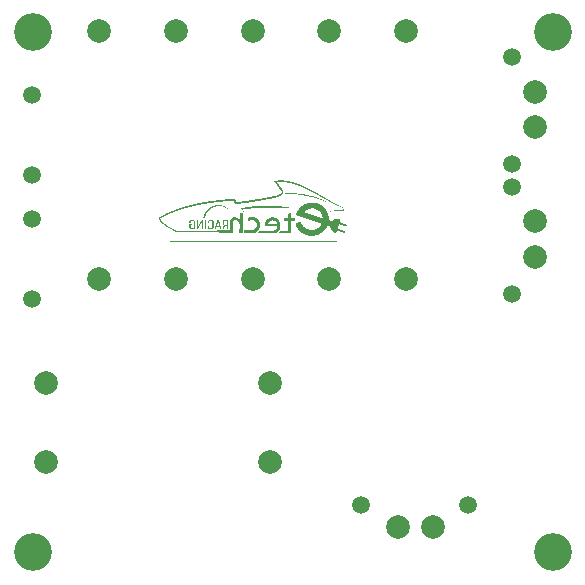
<source format=gbl>
G04*
G04 #@! TF.GenerationSoftware,Altium Limited,Altium Designer,22.11.1 (43)*
G04*
G04 Layer_Physical_Order=2*
G04 Layer_Color=16711680*
%FSLAX44Y44*%
%MOMM*%
G71*
G04*
G04 #@! TF.SameCoordinates,647DE173-6EC2-479C-8ABE-F2EAD9736DF7*
G04*
G04*
G04 #@! TF.FilePolarity,Positive*
G04*
G01*
G75*
%ADD16C,2.0000*%
%ADD30C,1.5000*%
%ADD31C,3.2000*%
G36*
X249660Y333844D02*
X252132D01*
Y333745D01*
X253517D01*
Y333646D01*
X254604D01*
Y333548D01*
X255494D01*
Y333449D01*
X256384D01*
Y333350D01*
X257373D01*
Y333251D01*
X258065D01*
Y333152D01*
X258560D01*
Y333053D01*
X259252D01*
Y332954D01*
X259845D01*
Y332855D01*
X260439D01*
Y332756D01*
X260933D01*
Y332658D01*
X261428D01*
Y332559D01*
X261922D01*
Y332460D01*
X262515D01*
Y332361D01*
X263010D01*
Y332262D01*
X263405D01*
Y332163D01*
X263801D01*
Y332064D01*
X264196D01*
Y331965D01*
X264691D01*
Y331866D01*
X265185D01*
Y331768D01*
X265482D01*
Y331669D01*
X265877D01*
Y331570D01*
X266273D01*
Y331471D01*
X266669D01*
Y331372D01*
X266965D01*
Y331273D01*
X267262D01*
Y331174D01*
X267658D01*
Y331075D01*
X268053D01*
Y330976D01*
X268350D01*
Y330877D01*
X268745D01*
Y330779D01*
X268943D01*
Y330680D01*
X269339D01*
Y330581D01*
X269635D01*
Y330482D01*
X269932D01*
Y330383D01*
X270130D01*
Y330284D01*
X270426D01*
Y330185D01*
X270723D01*
Y330087D01*
X271020D01*
Y329988D01*
X271316D01*
Y329889D01*
X271514D01*
Y329790D01*
X271811D01*
Y329691D01*
X272107D01*
Y329592D01*
X272305D01*
Y329493D01*
X272602D01*
Y329394D01*
X272800D01*
Y329295D01*
X272997D01*
Y329197D01*
X273294D01*
Y329098D01*
X273492D01*
Y328999D01*
X273788D01*
Y328900D01*
X273986D01*
Y328801D01*
X274184D01*
Y328702D01*
X274481D01*
Y328603D01*
X274678D01*
Y328504D01*
X274876D01*
Y328405D01*
X275173D01*
Y328307D01*
X275371D01*
Y328208D01*
X275568D01*
Y328109D01*
X275766D01*
Y328010D01*
X275964D01*
Y327911D01*
X276162D01*
Y327812D01*
X276360D01*
Y327713D01*
X276557D01*
Y327614D01*
X276755D01*
Y327515D01*
X277052D01*
Y327416D01*
X277151D01*
Y327318D01*
X277348D01*
Y327219D01*
X277546D01*
Y327120D01*
X277744D01*
Y327021D01*
X277942D01*
Y326922D01*
X278139D01*
Y326823D01*
X278337D01*
Y326724D01*
X278436D01*
Y326527D01*
X278337D01*
Y326625D01*
X278041D01*
Y326724D01*
X277744D01*
Y326823D01*
X277546D01*
Y326922D01*
X277348D01*
Y327021D01*
X277052D01*
Y327120D01*
X276854D01*
Y327219D01*
X276656D01*
Y327318D01*
X276458D01*
Y327416D01*
X276162D01*
Y327515D01*
X275865D01*
Y327614D01*
X275667D01*
Y327713D01*
X275371D01*
Y327812D01*
X275173D01*
Y327911D01*
X274876D01*
Y328010D01*
X274580D01*
Y328109D01*
X274283D01*
Y328208D01*
X273986D01*
Y328307D01*
X273690D01*
Y328405D01*
X273393D01*
Y328504D01*
X273195D01*
Y328603D01*
X272899D01*
Y328702D01*
X272602D01*
Y328801D01*
X272305D01*
Y328900D01*
X272008D01*
Y328999D01*
X271712D01*
Y329098D01*
X271415D01*
Y329197D01*
X271119D01*
Y329295D01*
X270822D01*
Y329394D01*
X270426D01*
Y329493D01*
X270130D01*
Y329592D01*
X269833D01*
Y329691D01*
X269536D01*
Y329790D01*
X269240D01*
Y329889D01*
X268844D01*
Y329988D01*
X268547D01*
Y330087D01*
X268152D01*
Y330185D01*
X267855D01*
Y330284D01*
X267460D01*
Y330383D01*
X267064D01*
Y330482D01*
X266669D01*
Y330581D01*
X266273D01*
Y330680D01*
X265976D01*
Y330779D01*
X265482D01*
Y330877D01*
X265086D01*
Y330976D01*
X264691D01*
Y331075D01*
X264196D01*
Y331174D01*
X263801D01*
Y331273D01*
X263307D01*
Y331372D01*
X262812D01*
Y331471D01*
X262416D01*
Y331570D01*
X261922D01*
Y331669D01*
X261329D01*
Y331768D01*
X260834D01*
Y331866D01*
X260340D01*
Y331965D01*
X259845D01*
Y332064D01*
X259252D01*
Y332163D01*
X258659D01*
Y332262D01*
X257967D01*
Y332361D01*
X257373D01*
Y332460D01*
X256780D01*
Y332559D01*
X255989D01*
Y332658D01*
X255297D01*
Y332756D01*
X254506D01*
Y332855D01*
X253616D01*
Y332954D01*
X252824D01*
Y333053D01*
X251737D01*
Y333152D01*
X250649D01*
Y333251D01*
X249363D01*
Y333350D01*
X248078D01*
Y333449D01*
X246298D01*
Y333548D01*
X243628D01*
Y333646D01*
X243727D01*
Y333745D01*
X244221D01*
Y333844D01*
X247089D01*
Y333943D01*
X249660D01*
Y333844D01*
D02*
G37*
G36*
X232849Y323065D02*
X235124D01*
Y322967D01*
X237003D01*
Y322868D01*
X238288D01*
Y322769D01*
X239376D01*
Y322670D01*
X240562D01*
Y322571D01*
X241551D01*
Y322472D01*
X242540D01*
Y322373D01*
X243529D01*
Y322274D01*
X244122D01*
Y322175D01*
X244914D01*
Y322077D01*
X245804D01*
Y321978D01*
X246496D01*
Y321879D01*
X247089D01*
Y321780D01*
X247682D01*
Y321681D01*
X248375D01*
Y321582D01*
X248968D01*
Y321483D01*
X249660D01*
Y321384D01*
X250253D01*
Y321286D01*
X250352D01*
Y321088D01*
X248770D01*
Y321187D01*
X246891D01*
Y321286D01*
X245012D01*
Y321384D01*
X242441D01*
Y321483D01*
X239870D01*
Y321582D01*
X237003D01*
Y321681D01*
X227608D01*
Y321582D01*
X224246D01*
Y321483D01*
X221774D01*
Y321384D01*
X219796D01*
Y321286D01*
X218115D01*
Y321187D01*
X216731D01*
Y321088D01*
X215643D01*
Y320989D01*
X214456D01*
Y320890D01*
X213369D01*
Y320791D01*
X212380D01*
Y320692D01*
X211589D01*
Y320593D01*
X210798D01*
Y320494D01*
X210007D01*
Y320396D01*
X209215D01*
Y320297D01*
X208523D01*
Y320198D01*
X208029D01*
Y319901D01*
X208128D01*
Y319506D01*
X208227D01*
Y319209D01*
X208325D01*
Y318912D01*
X208424D01*
Y318517D01*
X208523D01*
Y318220D01*
X208622D01*
Y317923D01*
X208523D01*
Y318022D01*
X208424D01*
Y318121D01*
X208325D01*
Y318220D01*
X208227D01*
Y318418D01*
X208128D01*
Y318517D01*
X208029D01*
Y318715D01*
X207930D01*
Y318813D01*
X207831D01*
Y319011D01*
X207732D01*
Y319110D01*
X207633D01*
Y319308D01*
X207534D01*
Y319407D01*
X207435D01*
Y319604D01*
X207337D01*
Y319802D01*
X207238D01*
Y319901D01*
X207139D01*
Y320099D01*
X207040D01*
Y320198D01*
X206941D01*
Y320396D01*
X206842D01*
Y320494D01*
X206743D01*
Y320692D01*
X206644D01*
Y320791D01*
X206546D01*
Y320989D01*
X206447D01*
Y321088D01*
X206546D01*
Y321187D01*
X206941D01*
Y321286D01*
X207337D01*
Y321384D01*
X207831D01*
Y321483D01*
X208325D01*
Y321582D01*
X208820D01*
Y321681D01*
X209413D01*
Y321780D01*
X210007D01*
Y321879D01*
X210501D01*
Y321978D01*
X211193D01*
Y322077D01*
X211885D01*
Y322175D01*
X212676D01*
Y322274D01*
X213369D01*
Y322373D01*
X214061D01*
Y322472D01*
X215050D01*
Y322571D01*
X215940D01*
Y322670D01*
X217126D01*
Y322769D01*
X218115D01*
Y322868D01*
X219500D01*
Y322967D01*
X221082D01*
Y323065D01*
X223653D01*
Y323164D01*
X232849D01*
Y323065D01*
D02*
G37*
G36*
X188449Y323659D02*
X189141D01*
Y323560D01*
X189735D01*
Y323461D01*
X190130D01*
Y323362D01*
X190526D01*
Y323263D01*
X190823D01*
Y323164D01*
X191119D01*
Y323065D01*
X191416D01*
Y322967D01*
X191712D01*
Y322868D01*
X192009D01*
Y322769D01*
X192207D01*
Y322670D01*
X192405D01*
Y322571D01*
X192603D01*
Y322472D01*
X192800D01*
Y322373D01*
X192998D01*
Y322274D01*
X193196D01*
Y322175D01*
X193394D01*
Y322077D01*
X193591D01*
Y321978D01*
X193690D01*
Y321879D01*
X193888D01*
Y321780D01*
X193987D01*
Y321681D01*
X194185D01*
Y321582D01*
X194284D01*
Y321483D01*
X194481D01*
Y321384D01*
X194580D01*
Y321286D01*
X194778D01*
Y321187D01*
X194877D01*
Y321088D01*
X194976D01*
Y320989D01*
X195173D01*
Y320890D01*
X195272D01*
Y320791D01*
X195371D01*
Y320692D01*
X195470D01*
Y320593D01*
X195569D01*
Y320494D01*
X195668D01*
Y320396D01*
X195767D01*
Y320297D01*
X195866D01*
Y320198D01*
X196063D01*
Y320000D01*
X196162D01*
Y319901D01*
X196261D01*
Y319802D01*
X196360D01*
Y319604D01*
X196261D01*
Y319703D01*
X196162D01*
Y319802D01*
X196063D01*
Y319901D01*
X195866D01*
Y320000D01*
X195767D01*
Y320099D01*
X195668D01*
Y320198D01*
X195569D01*
Y320297D01*
X195371D01*
Y320396D01*
X195272D01*
Y320494D01*
X195173D01*
Y320593D01*
X195075D01*
Y320692D01*
X194877D01*
Y320791D01*
X194778D01*
Y320890D01*
X194580D01*
Y320989D01*
X194481D01*
Y321088D01*
X194284D01*
Y321187D01*
X194086D01*
Y321286D01*
X193987D01*
Y321384D01*
X193789D01*
Y321483D01*
X193591D01*
Y321582D01*
X193394D01*
Y321681D01*
X193196D01*
Y321780D01*
X192998D01*
Y321879D01*
X192701D01*
Y321978D01*
X192504D01*
Y322077D01*
X192306D01*
Y322175D01*
X192009D01*
Y322274D01*
X191712D01*
Y322373D01*
X191416D01*
Y322472D01*
X191119D01*
Y322571D01*
X190724D01*
Y322670D01*
X190328D01*
Y322769D01*
X189735D01*
Y322868D01*
X188944D01*
Y322967D01*
X186570D01*
Y322868D01*
X185680D01*
Y322769D01*
X185186D01*
Y322670D01*
X184692D01*
Y322571D01*
X184395D01*
Y322472D01*
X184098D01*
Y322373D01*
X183703D01*
Y322274D01*
X183406D01*
Y322175D01*
X183208D01*
Y322077D01*
X182911D01*
Y321978D01*
X182714D01*
Y321879D01*
X182516D01*
Y321780D01*
X182219D01*
Y321681D01*
X182120D01*
Y321582D01*
X181923D01*
Y321483D01*
X181725D01*
Y321384D01*
X181527D01*
Y321286D01*
X181329D01*
Y321187D01*
X181231D01*
Y321088D01*
X181033D01*
Y320989D01*
X180835D01*
Y320890D01*
X180736D01*
Y320791D01*
X180538D01*
Y320692D01*
X180439D01*
Y320593D01*
X180340D01*
Y320494D01*
X180143D01*
Y320396D01*
X180044D01*
Y320297D01*
X179945D01*
Y320198D01*
X179747D01*
Y320099D01*
X179648D01*
Y320000D01*
X179549D01*
Y319901D01*
X179450D01*
Y319802D01*
X179352D01*
Y319703D01*
X179253D01*
Y319604D01*
X179154D01*
Y319506D01*
X179055D01*
Y319407D01*
X178956D01*
Y319308D01*
X178857D01*
Y319209D01*
X178758D01*
Y319110D01*
X178659D01*
Y319011D01*
X178561D01*
Y318912D01*
X178462D01*
Y318813D01*
X178363D01*
Y318715D01*
X178264D01*
Y318517D01*
X178165D01*
Y318418D01*
X178066D01*
Y318319D01*
X177967D01*
Y318220D01*
X177868D01*
Y318022D01*
X177769D01*
Y317923D01*
X177670D01*
Y317824D01*
X177572D01*
Y317627D01*
X177473D01*
Y317528D01*
X177374D01*
Y317330D01*
X177275D01*
Y317231D01*
X177176D01*
Y317033D01*
X177077D01*
Y316836D01*
X176978D01*
Y316737D01*
X176880D01*
Y316539D01*
X176781D01*
Y316341D01*
X176682D01*
Y316143D01*
X176583D01*
Y315946D01*
X176484D01*
Y315748D01*
X176385D01*
Y315649D01*
Y315451D01*
X176286D01*
Y315253D01*
X176187D01*
Y314957D01*
X176088D01*
Y314759D01*
X175989D01*
Y314462D01*
X175891D01*
Y314067D01*
X175792D01*
Y313671D01*
X175693D01*
Y313276D01*
X175594D01*
Y313177D01*
X175495D01*
Y313078D01*
X174506D01*
Y313177D01*
X174308D01*
Y313473D01*
X174407D01*
Y313869D01*
X174506D01*
Y314166D01*
X174605D01*
Y314561D01*
X174704D01*
Y314858D01*
X174803D01*
Y315056D01*
X174902D01*
Y315352D01*
X175001D01*
Y315649D01*
X175100D01*
Y315847D01*
X175198D01*
Y316045D01*
X175297D01*
Y316242D01*
X175396D01*
Y316440D01*
X175495D01*
Y316638D01*
X175594D01*
Y316836D01*
X175693D01*
Y317033D01*
X175792D01*
Y317231D01*
X175891D01*
Y317429D01*
X175989D01*
Y317528D01*
X176088D01*
Y317726D01*
X176187D01*
Y317824D01*
X176286D01*
Y318022D01*
X176385D01*
Y318121D01*
X176484D01*
Y318319D01*
X176583D01*
Y318418D01*
X176682D01*
Y318517D01*
X176781D01*
Y318715D01*
X176880D01*
Y318813D01*
X176978D01*
Y318912D01*
X177077D01*
Y319110D01*
X177176D01*
Y319209D01*
X177275D01*
Y319308D01*
X177374D01*
Y319407D01*
X177473D01*
Y319506D01*
X177572D01*
Y319604D01*
X177670D01*
Y319703D01*
X177769D01*
Y319802D01*
X177868D01*
Y319901D01*
X177967D01*
Y320000D01*
X178066D01*
Y320099D01*
X178165D01*
Y320198D01*
X178264D01*
Y320297D01*
X178363D01*
Y320396D01*
X178462D01*
Y320494D01*
X178561D01*
Y320593D01*
X178659D01*
Y320692D01*
X178857D01*
Y320791D01*
X178956D01*
Y320890D01*
X179055D01*
Y320989D01*
X179154D01*
Y321088D01*
X179352D01*
Y321187D01*
X179450D01*
Y321286D01*
X179549D01*
Y321384D01*
X179747D01*
Y321483D01*
X179846D01*
Y321582D01*
X180044D01*
Y321681D01*
X180143D01*
Y321780D01*
X180340D01*
Y321879D01*
X180439D01*
Y321978D01*
X180637D01*
Y322077D01*
X180835D01*
Y322175D01*
X181033D01*
Y322274D01*
X181231D01*
Y322373D01*
X181428D01*
Y322472D01*
X181626D01*
Y322571D01*
X181824D01*
Y322670D01*
X182022D01*
Y322769D01*
X182318D01*
Y322868D01*
X182516D01*
Y322967D01*
X182813D01*
Y323065D01*
X183109D01*
Y323164D01*
X183406D01*
Y323263D01*
X183703D01*
Y323362D01*
X184098D01*
Y323461D01*
X184593D01*
Y323560D01*
X185186D01*
Y323659D01*
X185878D01*
Y323758D01*
X188449D01*
Y323659D01*
D02*
G37*
G36*
X242540Y344623D02*
X243430D01*
Y344524D01*
X244122D01*
Y344425D01*
X244815D01*
Y344326D01*
X245507D01*
Y344227D01*
X246100D01*
Y344128D01*
X246693D01*
Y344030D01*
X247089D01*
Y343931D01*
X247584D01*
Y343832D01*
X248078D01*
Y343733D01*
X248473D01*
Y343634D01*
X248869D01*
Y343535D01*
X249265D01*
Y343436D01*
X249561D01*
Y343337D01*
X249957D01*
Y343238D01*
X250352D01*
Y343139D01*
X250649D01*
Y343041D01*
X251045D01*
Y342942D01*
X251341D01*
Y342843D01*
X251638D01*
Y342744D01*
X252033D01*
Y342645D01*
X252231D01*
Y342546D01*
X252528D01*
Y342447D01*
X252824D01*
Y342348D01*
X253220D01*
Y342249D01*
X253517D01*
Y342151D01*
X253715D01*
Y342052D01*
X254011D01*
Y341953D01*
X254308D01*
Y341854D01*
X254506D01*
Y341755D01*
X254802D01*
Y341656D01*
X255000D01*
Y341557D01*
X255297D01*
Y341458D01*
X255593D01*
Y341360D01*
X255890D01*
Y341261D01*
X256088D01*
Y341162D01*
X256384D01*
Y341063D01*
X256582D01*
Y340964D01*
X256780D01*
Y340865D01*
X257077D01*
Y340766D01*
X257274D01*
Y340667D01*
X257472D01*
Y340569D01*
X257670D01*
Y340470D01*
X257967D01*
Y340371D01*
X258164D01*
Y340272D01*
X258362D01*
Y340173D01*
X258560D01*
Y340074D01*
X258857D01*
Y339975D01*
X259054D01*
Y339876D01*
X259252D01*
Y339777D01*
X259450D01*
Y339678D01*
X259648D01*
Y339580D01*
X259845D01*
Y339481D01*
X260043D01*
Y339382D01*
X260241D01*
Y339283D01*
X260439D01*
Y339184D01*
X260637D01*
Y339085D01*
X260933D01*
Y338986D01*
X261131D01*
Y338887D01*
X261329D01*
Y338788D01*
X261527D01*
Y338690D01*
X261724D01*
Y338591D01*
X261922D01*
Y338492D01*
X262120D01*
Y338393D01*
X262318D01*
Y338294D01*
X262515D01*
Y338195D01*
X262713D01*
Y338096D01*
X262911D01*
Y337997D01*
X263109D01*
Y337898D01*
X263307D01*
Y337800D01*
X263504D01*
Y337701D01*
X263702D01*
Y337602D01*
X263900D01*
Y337503D01*
X264098D01*
Y337404D01*
X264196D01*
Y337305D01*
X264394D01*
Y337206D01*
X264592D01*
Y337107D01*
X264790D01*
Y337009D01*
X264988D01*
Y336910D01*
X265185D01*
Y336811D01*
X265383D01*
Y336712D01*
X265581D01*
Y336613D01*
X265779D01*
Y336514D01*
X265877D01*
Y336415D01*
X266075D01*
Y336316D01*
X266273D01*
Y336217D01*
X266471D01*
Y336119D01*
X266669D01*
Y336020D01*
X266866D01*
Y335921D01*
X267064D01*
Y335822D01*
X267163D01*
Y335723D01*
X267460D01*
Y335624D01*
X267559D01*
Y335525D01*
X267756D01*
Y335426D01*
X267954D01*
Y335327D01*
X268152D01*
Y335229D01*
X268350D01*
Y335130D01*
X268547D01*
Y335031D01*
X268646D01*
Y334932D01*
X268844D01*
Y334833D01*
X269042D01*
Y334734D01*
X269240D01*
Y334635D01*
X269438D01*
Y334536D01*
X269536D01*
Y334437D01*
X269734D01*
Y334339D01*
X269932D01*
Y334240D01*
X270130D01*
Y334141D01*
X270327D01*
Y334042D01*
X270426D01*
Y333943D01*
X270624D01*
Y333844D01*
X270822D01*
Y333745D01*
X271020D01*
Y333646D01*
X271119D01*
Y333548D01*
X271316D01*
Y333449D01*
X271514D01*
Y333350D01*
X271712D01*
Y333251D01*
X271811D01*
Y333152D01*
X272008D01*
Y333053D01*
X272206D01*
Y332954D01*
X272404D01*
Y332855D01*
X272602D01*
Y332756D01*
X272701D01*
Y332658D01*
X272899D01*
Y332559D01*
X273096D01*
Y332460D01*
X273294D01*
Y332361D01*
X273393D01*
Y332262D01*
X273591D01*
Y332163D01*
X273788D01*
Y332064D01*
X273887D01*
Y331965D01*
X274085D01*
Y331866D01*
X274283D01*
Y331768D01*
X274481D01*
Y331669D01*
X274580D01*
Y331570D01*
X274777D01*
Y331471D01*
X274975D01*
Y331372D01*
X275173D01*
Y331273D01*
X275272D01*
Y331174D01*
X275469D01*
Y331075D01*
X275667D01*
Y330976D01*
X275865D01*
Y330877D01*
X275964D01*
Y330779D01*
X276162D01*
Y330680D01*
X276360D01*
Y330581D01*
X276458D01*
Y330482D01*
X276656D01*
Y330383D01*
X276854D01*
Y330284D01*
X276953D01*
Y330185D01*
X277151D01*
Y330087D01*
X277348D01*
Y329988D01*
X277546D01*
Y329889D01*
X277645D01*
Y329790D01*
X277843D01*
Y329691D01*
X278041D01*
Y329592D01*
X278238D01*
Y329493D01*
X278337D01*
Y329394D01*
X278535D01*
Y329295D01*
X278733D01*
Y329197D01*
X278931D01*
Y329098D01*
X279030D01*
Y328999D01*
X279227D01*
Y328900D01*
X279425D01*
Y328801D01*
X279524D01*
Y328702D01*
X279722D01*
Y328603D01*
X279919D01*
Y328504D01*
X280117D01*
Y328405D01*
X280216D01*
Y328307D01*
X280414D01*
Y328208D01*
X280612D01*
Y328109D01*
X280711D01*
Y328010D01*
X280908D01*
Y327911D01*
X281106D01*
Y327812D01*
X281205D01*
Y327713D01*
X281403D01*
Y327614D01*
X281600D01*
Y327515D01*
X281699D01*
Y327416D01*
X281897D01*
Y327318D01*
X282095D01*
Y327219D01*
X282194D01*
Y327120D01*
X282392D01*
Y327021D01*
X282589D01*
Y326922D01*
X282787D01*
Y326823D01*
X282886D01*
Y326724D01*
X283084D01*
Y326625D01*
X283282D01*
Y326527D01*
X283479D01*
Y326428D01*
X283578D01*
Y326329D01*
X283776D01*
Y326230D01*
X283974D01*
Y326131D01*
X284172D01*
Y326032D01*
X284369D01*
Y325933D01*
X284567D01*
Y325834D01*
X284765D01*
Y325735D01*
X284963D01*
Y325636D01*
X285062D01*
Y325538D01*
X285259D01*
Y325439D01*
X285457D01*
Y325340D01*
X285655D01*
Y325241D01*
X285853D01*
Y325142D01*
X286050D01*
Y325043D01*
X286248D01*
Y324944D01*
X286446D01*
Y324846D01*
X286644D01*
Y324747D01*
X286842D01*
Y324648D01*
X287039D01*
Y324549D01*
X287237D01*
Y324450D01*
X287435D01*
Y324351D01*
X287633D01*
Y324252D01*
X287929D01*
Y324153D01*
X288127D01*
Y324054D01*
X288325D01*
Y323955D01*
X288523D01*
Y323857D01*
X288720D01*
Y323758D01*
X288918D01*
Y323659D01*
X289215D01*
Y323560D01*
X289413D01*
Y323461D01*
X289709D01*
Y323362D01*
X289907D01*
Y323263D01*
X290105D01*
Y323164D01*
X290401D01*
Y323065D01*
X290599D01*
Y322967D01*
X290797D01*
Y322868D01*
X290896D01*
Y322769D01*
X291094D01*
Y322670D01*
X291291D01*
Y322571D01*
X291390D01*
Y322472D01*
X291489D01*
Y322373D01*
X291687D01*
Y322274D01*
X291786D01*
Y322175D01*
X291885D01*
Y322077D01*
X291984D01*
Y321978D01*
X292083D01*
Y321879D01*
X292181D01*
Y321780D01*
X292280D01*
Y321681D01*
X292379D01*
Y321582D01*
X292478D01*
Y321483D01*
X292577D01*
Y321384D01*
X292676D01*
Y321286D01*
X292775D01*
Y321088D01*
X292874D01*
Y320989D01*
X292973D01*
Y320890D01*
X293071D01*
Y320692D01*
X293170D01*
Y320494D01*
X293269D01*
Y320297D01*
X293368D01*
Y320099D01*
X293467D01*
Y319901D01*
X293566D01*
Y319110D01*
X293467D01*
Y319011D01*
X292577D01*
Y319110D01*
X286644D01*
Y319011D01*
X285062D01*
Y318912D01*
X284270D01*
Y318813D01*
X283578D01*
Y318715D01*
X282985D01*
Y318616D01*
X282491D01*
Y318517D01*
X282095D01*
Y318418D01*
X281798D01*
Y318319D01*
X281502D01*
Y318220D01*
X281304D01*
Y318121D01*
X281205D01*
Y318022D01*
X281007D01*
Y317923D01*
X280908D01*
Y317824D01*
X280711D01*
Y318022D01*
X280809D01*
Y318121D01*
X280908D01*
Y318220D01*
X281106D01*
Y318319D01*
X281205D01*
Y318418D01*
X281403D01*
Y318517D01*
X281600D01*
Y318616D01*
X281897D01*
Y318715D01*
X282194D01*
Y318813D01*
X282589D01*
Y318912D01*
X282985D01*
Y319011D01*
X283381D01*
Y319110D01*
X284073D01*
Y319209D01*
X285062D01*
Y319308D01*
X286149D01*
Y319407D01*
X287534D01*
Y319506D01*
X290401D01*
Y319604D01*
X290599D01*
Y319506D01*
X290797D01*
Y319604D01*
X291094D01*
Y319506D01*
X291489D01*
Y319604D01*
X291687D01*
Y319506D01*
X293071D01*
Y319802D01*
X292973D01*
Y320099D01*
X292874D01*
Y320198D01*
X292775D01*
Y320396D01*
X292676D01*
Y320494D01*
X292577D01*
Y320692D01*
X292478D01*
Y320791D01*
X292379D01*
Y320890D01*
X292280D01*
Y321088D01*
X292181D01*
Y321187D01*
X292083D01*
Y321286D01*
X291984D01*
Y321384D01*
X291885D01*
Y321483D01*
X291786D01*
Y321582D01*
X291588D01*
Y321681D01*
X291489D01*
Y321780D01*
X291390D01*
Y321879D01*
X291291D01*
Y321978D01*
X291094D01*
Y322077D01*
X290995D01*
Y322175D01*
X290797D01*
Y322274D01*
X290599D01*
Y322373D01*
X290401D01*
Y322472D01*
X290204D01*
Y322571D01*
X290006D01*
Y322670D01*
X289709D01*
Y322769D01*
X289512D01*
Y322868D01*
X289215D01*
Y322967D01*
X289017D01*
Y323065D01*
X288720D01*
Y323164D01*
X288523D01*
Y323263D01*
X288226D01*
Y323362D01*
X288028D01*
Y323461D01*
X287830D01*
Y323560D01*
X287633D01*
Y323659D01*
X287336D01*
Y323758D01*
X287138D01*
Y323857D01*
X286940D01*
Y323955D01*
X286743D01*
Y324054D01*
X286545D01*
Y324153D01*
X286248D01*
Y324252D01*
X286050D01*
Y324351D01*
X285853D01*
Y324450D01*
X285655D01*
Y324549D01*
X285457D01*
Y324648D01*
X285259D01*
Y324747D01*
X285062D01*
Y324846D01*
X284864D01*
Y324944D01*
X284666D01*
Y325043D01*
X284468D01*
Y325142D01*
X284270D01*
Y325241D01*
X284073D01*
Y325340D01*
X283875D01*
Y325439D01*
X283677D01*
Y325538D01*
X283479D01*
Y325636D01*
X283282D01*
Y325735D01*
X283084D01*
Y325834D01*
X282886D01*
Y325933D01*
X282787D01*
Y326032D01*
X282589D01*
Y326131D01*
X282392D01*
Y326230D01*
X282194D01*
Y326329D01*
X281996D01*
Y326428D01*
X281798D01*
Y326527D01*
X281600D01*
Y326625D01*
X281403D01*
Y326724D01*
X281304D01*
Y326823D01*
X281106D01*
Y326922D01*
X280908D01*
Y327021D01*
X280711D01*
Y327120D01*
X280513D01*
Y327219D01*
X280414D01*
Y327318D01*
X280216D01*
Y327416D01*
X280018D01*
Y327515D01*
X279820D01*
Y327614D01*
X279722D01*
Y327713D01*
X279524D01*
Y327812D01*
X279326D01*
Y327911D01*
X279227D01*
Y328010D01*
X279030D01*
Y328109D01*
X278832D01*
Y328208D01*
X278634D01*
Y328307D01*
X278436D01*
Y328405D01*
X278337D01*
Y328504D01*
X278139D01*
Y328603D01*
X277942D01*
Y328702D01*
X277744D01*
Y328801D01*
X277546D01*
Y328900D01*
X277348D01*
Y328999D01*
X277250D01*
Y329098D01*
X277052D01*
Y329197D01*
X276854D01*
Y329295D01*
X276656D01*
Y329394D01*
X276458D01*
Y329493D01*
X276360D01*
Y329592D01*
X276162D01*
Y329691D01*
X275964D01*
Y329790D01*
X275766D01*
Y329889D01*
X275568D01*
Y329988D01*
X275469D01*
Y330087D01*
X275272D01*
Y330185D01*
X275074D01*
Y330284D01*
X274876D01*
Y330383D01*
X274678D01*
Y330482D01*
X274580D01*
Y330581D01*
X274382D01*
Y330680D01*
X274184D01*
Y330779D01*
X273986D01*
Y330877D01*
X273887D01*
Y330976D01*
X273690D01*
Y331075D01*
X273492D01*
Y331174D01*
X273294D01*
Y331273D01*
X273096D01*
Y331372D01*
X272997D01*
Y331471D01*
X272800D01*
Y331570D01*
X272602D01*
Y331669D01*
X272404D01*
Y331768D01*
X272305D01*
Y331866D01*
X272107D01*
Y331965D01*
X271910D01*
Y332064D01*
X271712D01*
Y332163D01*
X271514D01*
Y332262D01*
X271316D01*
Y332361D01*
X271119D01*
Y332460D01*
X271020D01*
Y332559D01*
X270822D01*
Y332658D01*
X270624D01*
Y332756D01*
X270426D01*
Y332855D01*
X270229D01*
Y332954D01*
X270031D01*
Y333053D01*
X269932D01*
Y333152D01*
X269734D01*
Y333251D01*
X269536D01*
Y333350D01*
X269339D01*
Y333449D01*
X269141D01*
Y333548D01*
X268943D01*
Y333646D01*
X268745D01*
Y333745D01*
X268646D01*
Y333844D01*
X268449D01*
Y333943D01*
X268251D01*
Y334042D01*
X268053D01*
Y334141D01*
X267855D01*
Y334240D01*
X267658D01*
Y334339D01*
X267460D01*
Y334437D01*
X267361D01*
Y334536D01*
X267163D01*
Y334635D01*
X266965D01*
Y334734D01*
X266768D01*
Y334833D01*
X266570D01*
Y334932D01*
X266372D01*
Y335031D01*
X266174D01*
Y335130D01*
X265976D01*
Y335229D01*
X265779D01*
Y335327D01*
X265581D01*
Y335426D01*
X265383D01*
Y335525D01*
X265185D01*
Y335624D01*
X264988D01*
Y335723D01*
X264790D01*
Y335822D01*
X264592D01*
Y335921D01*
X264394D01*
Y336020D01*
X264196D01*
Y336119D01*
X263999D01*
Y336217D01*
X263801D01*
Y336316D01*
X263603D01*
Y336415D01*
X263405D01*
Y336514D01*
X263208D01*
Y336613D01*
X263010D01*
Y336712D01*
X262911D01*
Y336811D01*
X262614D01*
Y336910D01*
X262416D01*
Y337009D01*
X262219D01*
Y337107D01*
X262021D01*
Y337206D01*
X261823D01*
Y337305D01*
X261625D01*
Y337404D01*
X261428D01*
Y337503D01*
X261230D01*
Y337602D01*
X261032D01*
Y337701D01*
X260834D01*
Y337800D01*
X260637D01*
Y337898D01*
X260439D01*
Y337997D01*
X260142D01*
Y338096D01*
X259944D01*
Y338195D01*
X259746D01*
Y338294D01*
X259549D01*
Y338393D01*
X259351D01*
Y338492D01*
X259153D01*
Y338591D01*
X258955D01*
Y338690D01*
X258758D01*
Y338788D01*
X258461D01*
Y338887D01*
X258263D01*
Y338986D01*
X258065D01*
Y339085D01*
X257868D01*
Y339184D01*
X257571D01*
Y339283D01*
X257373D01*
Y339382D01*
X257077D01*
Y339481D01*
X256879D01*
Y339580D01*
X256681D01*
Y339678D01*
X256483D01*
Y339777D01*
X256187D01*
Y339876D01*
X255989D01*
Y339975D01*
X255692D01*
Y340074D01*
X255494D01*
Y340173D01*
X255198D01*
Y340272D01*
X254901D01*
Y340371D01*
X254604D01*
Y340470D01*
X254407D01*
Y340569D01*
X254110D01*
Y340667D01*
X253912D01*
Y340766D01*
X253616D01*
Y340865D01*
X253319D01*
Y340964D01*
X253022D01*
Y341063D01*
X252726D01*
Y341162D01*
X252429D01*
Y341261D01*
X252033D01*
Y341360D01*
X251836D01*
Y341458D01*
X251440D01*
Y341557D01*
X251143D01*
Y341656D01*
X250748D01*
Y341755D01*
X250451D01*
Y341854D01*
X250056D01*
Y341953D01*
X249759D01*
Y342052D01*
X249363D01*
Y342151D01*
X248968D01*
Y342249D01*
X248572D01*
Y342348D01*
X248177D01*
Y342447D01*
X247682D01*
Y342546D01*
X247188D01*
Y342645D01*
X246693D01*
Y342744D01*
X246199D01*
Y342843D01*
X245606D01*
Y342942D01*
X245012D01*
Y343041D01*
X244221D01*
Y343139D01*
X243331D01*
Y343238D01*
X242342D01*
Y343337D01*
X237695D01*
Y343238D01*
X237003D01*
Y343139D01*
X236805D01*
Y342942D01*
X236904D01*
Y342843D01*
X237003D01*
Y342744D01*
X237101D01*
Y342546D01*
X237200D01*
Y342447D01*
X237299D01*
Y342348D01*
X237398D01*
Y342151D01*
X237497D01*
Y342052D01*
X237596D01*
Y341854D01*
X237695D01*
Y341755D01*
X237794D01*
Y341656D01*
X237893D01*
Y341458D01*
X237991D01*
Y341360D01*
X238090D01*
Y341162D01*
X238189D01*
Y341063D01*
X238288D01*
Y340964D01*
X238387D01*
Y340766D01*
X238486D01*
Y340667D01*
X238585D01*
Y340569D01*
X238684D01*
Y340371D01*
X238783D01*
Y340272D01*
X238881D01*
Y340074D01*
X238980D01*
Y339975D01*
X239079D01*
Y339876D01*
X239178D01*
Y339678D01*
X239277D01*
Y339580D01*
X239376D01*
Y339481D01*
X239475D01*
Y339283D01*
X239574D01*
Y339184D01*
X239673D01*
Y339085D01*
X239771D01*
Y338887D01*
X239870D01*
Y338788D01*
X239969D01*
Y338591D01*
X240068D01*
Y338492D01*
X240167D01*
Y338393D01*
X240266D01*
Y338195D01*
X240365D01*
Y338096D01*
X240464D01*
Y337997D01*
X240562D01*
Y337898D01*
X240661D01*
Y337701D01*
X240760D01*
Y337602D01*
X240859D01*
Y337503D01*
X240958D01*
Y337305D01*
X241057D01*
Y337206D01*
X241156D01*
Y337107D01*
X241255D01*
Y336910D01*
X241354D01*
Y336811D01*
X241453D01*
Y336712D01*
X241551D01*
Y336514D01*
X241650D01*
Y336415D01*
X241749D01*
Y336217D01*
X241848D01*
Y336020D01*
X241947D01*
Y335723D01*
X242046D01*
Y335426D01*
X242145D01*
Y334437D01*
X242046D01*
Y334042D01*
X241947D01*
Y333844D01*
X241848D01*
Y333646D01*
X241749D01*
Y333449D01*
X241650D01*
Y333350D01*
X241551D01*
Y333152D01*
X241453D01*
Y333053D01*
X241354D01*
Y332954D01*
X241255D01*
Y332855D01*
X241156D01*
Y332756D01*
X241057D01*
Y332658D01*
X240958D01*
Y332559D01*
X240859D01*
Y332460D01*
X240760D01*
Y332361D01*
X240562D01*
Y332262D01*
X240464D01*
Y332163D01*
X240266D01*
Y332064D01*
X240167D01*
Y331965D01*
X239969D01*
Y331866D01*
X239870D01*
Y331768D01*
X239673D01*
Y331669D01*
X239475D01*
Y331570D01*
X239277D01*
Y331471D01*
X239079D01*
Y331372D01*
X238881D01*
Y331273D01*
X238684D01*
Y331174D01*
X238387D01*
Y331075D01*
X238189D01*
Y330976D01*
X237893D01*
Y330877D01*
X237695D01*
Y330779D01*
X237398D01*
Y330680D01*
X237101D01*
Y330581D01*
X236805D01*
Y330482D01*
X236508D01*
Y330383D01*
X236113D01*
Y330284D01*
X235717D01*
Y330185D01*
X235322D01*
Y330087D01*
X234926D01*
Y329988D01*
X234531D01*
Y329889D01*
X234036D01*
Y329790D01*
X233542D01*
Y329691D01*
X233146D01*
Y329592D01*
X232750D01*
Y329493D01*
X232256D01*
Y329394D01*
X231762D01*
Y329295D01*
X231267D01*
Y329197D01*
X230773D01*
Y329098D01*
X230377D01*
Y328999D01*
X229784D01*
Y328900D01*
X229289D01*
Y328801D01*
X228795D01*
Y328702D01*
X228301D01*
Y328603D01*
X227806D01*
Y328504D01*
X227213D01*
Y328405D01*
X226619D01*
Y328307D01*
X226125D01*
Y328208D01*
X225631D01*
Y328109D01*
X225037D01*
Y328010D01*
X224444D01*
Y327911D01*
X223851D01*
Y327812D01*
X223257D01*
Y327713D01*
X222763D01*
Y327614D01*
X222170D01*
Y327515D01*
X221576D01*
Y327416D01*
X220983D01*
Y327318D01*
X220291D01*
Y327219D01*
X219796D01*
Y327120D01*
X219203D01*
Y327021D01*
X218511D01*
Y326922D01*
X217917D01*
Y326823D01*
X217225D01*
Y326724D01*
X216731D01*
Y326625D01*
X216039D01*
Y326527D01*
X215346D01*
Y326428D01*
X214654D01*
Y326329D01*
X214061D01*
Y326230D01*
X213468D01*
Y326131D01*
X212775D01*
Y326032D01*
X212083D01*
Y325933D01*
X211391D01*
Y325834D01*
X210798D01*
Y325735D01*
X210105D01*
Y325636D01*
X209413D01*
Y325538D01*
X208523D01*
Y325439D01*
X207930D01*
Y325340D01*
X207238D01*
Y325241D01*
X206546D01*
Y325142D01*
X205754D01*
Y325043D01*
X204963D01*
Y324944D01*
X204271D01*
Y324846D01*
X203579D01*
Y324747D01*
X202293D01*
Y324846D01*
X201997D01*
Y324944D01*
X201799D01*
Y325043D01*
X201601D01*
Y325142D01*
X201502D01*
Y325241D01*
X201304D01*
Y325340D01*
X201206D01*
Y325439D01*
X201107D01*
Y325538D01*
X201008D01*
Y325735D01*
X200909D01*
Y325834D01*
X200810D01*
Y326032D01*
X200711D01*
Y326230D01*
X200612D01*
Y326428D01*
X200513D01*
Y326724D01*
X200415D01*
Y326922D01*
X200316D01*
Y327219D01*
X200217D01*
Y327416D01*
X199228D01*
Y327318D01*
X197646D01*
Y327219D01*
X195965D01*
Y327120D01*
X193987D01*
Y327021D01*
X192504D01*
Y326922D01*
X191416D01*
Y326823D01*
X190427D01*
Y326724D01*
X189339D01*
Y326625D01*
X188251D01*
Y326527D01*
X187065D01*
Y326428D01*
X185977D01*
Y326329D01*
X185285D01*
Y326230D01*
X184494D01*
Y326131D01*
X183703D01*
Y326032D01*
X182813D01*
Y325933D01*
X182120D01*
Y325834D01*
X181329D01*
Y325735D01*
X180637D01*
Y325636D01*
X179846D01*
Y325538D01*
X179055D01*
Y325439D01*
X178462D01*
Y325340D01*
X177967D01*
Y325241D01*
X177275D01*
Y325142D01*
X176682D01*
Y325043D01*
X176088D01*
Y324944D01*
X175396D01*
Y324846D01*
X174902D01*
Y324747D01*
X174308D01*
Y324648D01*
X173616D01*
Y324549D01*
X173122D01*
Y324450D01*
X172627D01*
Y324351D01*
X172133D01*
Y324252D01*
X171639D01*
Y324153D01*
X171144D01*
Y324054D01*
X170650D01*
Y323955D01*
X170155D01*
Y323857D01*
X169661D01*
Y323758D01*
X169166D01*
Y323659D01*
X168672D01*
Y323560D01*
X168177D01*
Y323461D01*
X167782D01*
Y323362D01*
X167287D01*
Y323263D01*
X166892D01*
Y323164D01*
X166496D01*
Y323065D01*
X166101D01*
Y322967D01*
X165705D01*
Y322868D01*
X165211D01*
Y322769D01*
X164815D01*
Y322670D01*
X164420D01*
Y322571D01*
X164024D01*
Y322472D01*
X163629D01*
Y322373D01*
X163233D01*
Y322274D01*
X162739D01*
Y322175D01*
X162343D01*
Y322077D01*
X162046D01*
Y321978D01*
X161651D01*
Y321879D01*
X161354D01*
Y321780D01*
X160959D01*
Y321681D01*
X160563D01*
Y321582D01*
X160266D01*
Y321483D01*
X159871D01*
Y321384D01*
X159574D01*
Y321286D01*
X159179D01*
Y321187D01*
X158783D01*
Y321088D01*
X158487D01*
Y320989D01*
X158091D01*
Y320890D01*
X157794D01*
Y320791D01*
X157399D01*
Y320692D01*
X157102D01*
Y320593D01*
X156805D01*
Y320494D01*
X156509D01*
Y320396D01*
X156212D01*
Y320297D01*
X155817D01*
Y320198D01*
X155619D01*
Y320099D01*
X155223D01*
Y320000D01*
X154927D01*
Y319901D01*
X154630D01*
Y319802D01*
X154333D01*
Y319703D01*
X154037D01*
Y319604D01*
X153740D01*
Y319506D01*
X153443D01*
Y319407D01*
X153147D01*
Y319308D01*
X152850D01*
Y319209D01*
X152553D01*
Y319110D01*
X152257D01*
Y319011D01*
X151960D01*
Y318912D01*
X151762D01*
Y318813D01*
X151466D01*
Y318715D01*
X151169D01*
Y318616D01*
X150872D01*
Y318517D01*
X150576D01*
Y318418D01*
X150279D01*
Y318319D01*
X150081D01*
Y318220D01*
X149784D01*
Y318121D01*
X149587D01*
Y318022D01*
X149290D01*
Y317923D01*
X149092D01*
Y317824D01*
X148796D01*
Y317726D01*
X148598D01*
Y317627D01*
X148301D01*
Y317528D01*
X148005D01*
Y317429D01*
X147807D01*
Y317330D01*
X147510D01*
Y317231D01*
X147312D01*
Y317132D01*
X147016D01*
Y317033D01*
X146818D01*
Y316935D01*
X146620D01*
Y316836D01*
X146323D01*
Y316737D01*
X146126D01*
Y316638D01*
X145928D01*
Y316539D01*
X145631D01*
Y316440D01*
X145434D01*
Y316341D01*
X145236D01*
Y316242D01*
X144939D01*
Y316143D01*
X144741D01*
Y316045D01*
X144544D01*
Y315946D01*
X144346D01*
Y315847D01*
X144148D01*
Y315748D01*
X143851D01*
Y315649D01*
X143653D01*
Y315550D01*
X143456D01*
Y315451D01*
X143258D01*
Y315352D01*
X143060D01*
Y315253D01*
X142764D01*
Y315154D01*
X142566D01*
Y315056D01*
X142368D01*
Y314957D01*
X142170D01*
Y314858D01*
X141973D01*
Y314759D01*
X141775D01*
Y314660D01*
X141577D01*
Y314561D01*
X141379D01*
Y314462D01*
X141280D01*
Y314363D01*
X140984D01*
Y314265D01*
X140786D01*
Y314166D01*
X140588D01*
Y314067D01*
X140489D01*
Y313968D01*
X140291D01*
Y313869D01*
X140094D01*
Y313770D01*
X139896D01*
Y313671D01*
X139698D01*
Y313572D01*
X139500D01*
Y313473D01*
X139401D01*
Y313375D01*
X139204D01*
Y313276D01*
X139006D01*
Y313177D01*
X138808D01*
Y313078D01*
X138709D01*
Y312979D01*
X138511D01*
Y312880D01*
X138314D01*
Y312781D01*
X138215D01*
Y312682D01*
X138116D01*
Y312584D01*
X138017D01*
Y312188D01*
X138116D01*
Y311792D01*
X138215D01*
Y311595D01*
X138314D01*
Y311397D01*
X138413D01*
Y311199D01*
X138511D01*
Y311001D01*
X138610D01*
Y310902D01*
X138709D01*
Y310705D01*
X138808D01*
Y310606D01*
X138907D01*
Y310507D01*
X139006D01*
Y310309D01*
X139105D01*
Y310210D01*
X139204D01*
Y310111D01*
X139303D01*
Y310012D01*
X139401D01*
Y309914D01*
X139500D01*
Y309815D01*
X139599D01*
Y309716D01*
X139698D01*
Y309617D01*
X139797D01*
Y309518D01*
X139896D01*
Y309419D01*
X139995D01*
Y309320D01*
X140094D01*
Y309221D01*
X140192D01*
Y309122D01*
X140291D01*
Y309024D01*
X140390D01*
Y308925D01*
X140489D01*
Y308826D01*
X140588D01*
Y308727D01*
X140687D01*
Y308628D01*
X140885D01*
Y308529D01*
X140984D01*
Y308430D01*
X141082D01*
Y308331D01*
X141181D01*
Y308232D01*
X141280D01*
Y308134D01*
X141478D01*
Y308035D01*
X141577D01*
Y307936D01*
X141676D01*
Y307837D01*
X141775D01*
Y307738D01*
X141973D01*
Y307639D01*
X142071D01*
Y307540D01*
X142170D01*
Y307441D01*
X142368D01*
Y307342D01*
X142467D01*
Y307244D01*
X142665D01*
Y307145D01*
X142764D01*
Y307046D01*
X142862D01*
Y306947D01*
X143060D01*
Y306848D01*
X143159D01*
Y306749D01*
X143357D01*
Y306650D01*
X143456D01*
Y306551D01*
X143653D01*
Y306453D01*
X143752D01*
Y306354D01*
X143950D01*
Y306255D01*
X144049D01*
Y306156D01*
X144247D01*
Y306057D01*
X144346D01*
Y305958D01*
X144544D01*
Y305859D01*
X144642D01*
Y305760D01*
X144840D01*
Y305661D01*
X145038D01*
Y305562D01*
X145137D01*
Y305464D01*
X145335D01*
Y305365D01*
X145434D01*
Y305266D01*
X145631D01*
Y305167D01*
X145829D01*
Y305068D01*
X145928D01*
Y304969D01*
X146126D01*
Y304870D01*
X146323D01*
Y304771D01*
X146422D01*
Y304673D01*
X146620D01*
Y304574D01*
X146818D01*
Y304475D01*
X147016D01*
Y304376D01*
X147115D01*
Y304277D01*
X147312D01*
Y304178D01*
X147510D01*
Y304079D01*
X147708D01*
Y303980D01*
X147906D01*
Y303881D01*
X148005D01*
Y303783D01*
X148202D01*
Y303684D01*
X148400D01*
Y303585D01*
X148598D01*
Y303486D01*
X148796D01*
Y303387D01*
X148993D01*
Y303288D01*
X149191D01*
Y303189D01*
X149290D01*
Y303090D01*
X149488D01*
Y302992D01*
X149686D01*
Y302893D01*
X149883D01*
Y302794D01*
X150081D01*
Y302695D01*
X150279D01*
Y302596D01*
X150477D01*
Y302497D01*
X150674D01*
Y302398D01*
X150872D01*
Y302299D01*
X151070D01*
Y302200D01*
X151268D01*
Y302101D01*
X151466D01*
Y302003D01*
X151663D01*
Y301904D01*
X151861D01*
Y301805D01*
X153839D01*
Y301706D01*
X156608D01*
Y301607D01*
X159179D01*
Y301508D01*
X163332D01*
Y301607D01*
X166101D01*
Y301706D01*
X168870D01*
Y301805D01*
X171639D01*
Y301904D01*
X174407D01*
Y302003D01*
X177176D01*
Y302101D01*
X180044D01*
Y302200D01*
X182813D01*
Y302299D01*
X185581D01*
Y302398D01*
X188449D01*
Y302497D01*
X196657D01*
Y305760D01*
X196756D01*
Y310012D01*
X196855D01*
Y310507D01*
X196954D01*
Y310804D01*
X197052D01*
Y311001D01*
X197151D01*
Y311298D01*
X197250D01*
Y311397D01*
X197349D01*
Y311595D01*
X197448D01*
Y311792D01*
X197547D01*
Y311891D01*
X197646D01*
Y311990D01*
X197745D01*
Y312089D01*
X197843D01*
Y312287D01*
X197942D01*
Y312386D01*
X198041D01*
Y312485D01*
X198239D01*
Y312584D01*
X198338D01*
Y312682D01*
X198437D01*
Y312781D01*
X198536D01*
Y312880D01*
X198733D01*
Y312979D01*
X198832D01*
Y313078D01*
X199030D01*
Y313177D01*
X199327D01*
Y313276D01*
X199524D01*
Y313375D01*
X199821D01*
Y313473D01*
X200513D01*
Y313572D01*
X201206D01*
Y313473D01*
X201799D01*
Y313375D01*
X202096D01*
Y313276D01*
X202392D01*
Y313177D01*
X202689D01*
Y313078D01*
X202887D01*
Y312979D01*
X203085D01*
Y312880D01*
X203183D01*
Y312781D01*
X203381D01*
Y312682D01*
X203480D01*
Y312584D01*
X203678D01*
Y312485D01*
X203777D01*
Y312386D01*
X203876D01*
Y312287D01*
X203974D01*
Y312188D01*
X204172D01*
Y312089D01*
X204271D01*
Y311990D01*
X204370D01*
Y311891D01*
X204469D01*
Y311792D01*
X204568D01*
Y311694D01*
X204963D01*
Y311792D01*
X205062D01*
Y316440D01*
X205161D01*
Y316539D01*
X205260D01*
Y316737D01*
X205359D01*
Y316836D01*
X205557D01*
Y316935D01*
X207435D01*
Y316836D01*
X207534D01*
Y316737D01*
X207633D01*
Y316638D01*
X207732D01*
Y316539D01*
X207831D01*
Y316440D01*
X207930D01*
Y304673D01*
X207831D01*
Y300519D01*
X207732D01*
Y300420D01*
X207633D01*
Y300223D01*
X207435D01*
Y300124D01*
X207337D01*
Y300025D01*
X205557D01*
Y300124D01*
X205359D01*
Y300223D01*
X205260D01*
Y300322D01*
X205161D01*
Y300420D01*
X205062D01*
Y300618D01*
X204963D01*
Y303585D01*
X205062D01*
Y307639D01*
X204963D01*
Y308232D01*
X204864D01*
Y308628D01*
X204765D01*
Y308826D01*
X204667D01*
Y309122D01*
X204568D01*
Y309320D01*
X204469D01*
Y309419D01*
X204370D01*
Y309617D01*
X204271D01*
Y309716D01*
X204172D01*
Y309914D01*
X204073D01*
Y310012D01*
X203974D01*
Y310111D01*
X203876D01*
Y310210D01*
X203777D01*
Y310309D01*
X203678D01*
Y310408D01*
X203579D01*
Y310507D01*
X203381D01*
Y310606D01*
X203282D01*
Y310705D01*
X203085D01*
Y310804D01*
X202887D01*
Y310902D01*
X202590D01*
Y311001D01*
X202194D01*
Y311100D01*
X201107D01*
Y311001D01*
X200810D01*
Y310902D01*
X200612D01*
Y310804D01*
X200513D01*
Y310705D01*
X200415D01*
Y310606D01*
X200217D01*
Y310507D01*
X200118D01*
Y310408D01*
X200019D01*
Y310210D01*
X199920D01*
Y310111D01*
X199821D01*
Y309914D01*
X199722D01*
Y309716D01*
X199623D01*
Y309518D01*
X199524D01*
Y309122D01*
X199426D01*
Y308628D01*
X199327D01*
Y300618D01*
X199228D01*
Y300519D01*
X199129D01*
Y300420D01*
X199030D01*
Y300322D01*
X198931D01*
Y300223D01*
X198733D01*
Y300124D01*
X198041D01*
Y300223D01*
X196162D01*
Y300322D01*
X194580D01*
Y300420D01*
X192701D01*
Y300519D01*
X190724D01*
Y300618D01*
X187559D01*
Y300717D01*
X183900D01*
Y300816D01*
X180340D01*
Y300915D01*
X176880D01*
Y301014D01*
X173319D01*
Y301113D01*
X169858D01*
Y301212D01*
X166299D01*
Y301310D01*
X162739D01*
Y301409D01*
X161552D01*
Y301310D01*
X160959D01*
Y301212D01*
X157498D01*
Y301113D01*
X154136D01*
Y301014D01*
X151663D01*
Y301113D01*
X151367D01*
Y301212D01*
X151169D01*
Y301310D01*
X150971D01*
Y301409D01*
X150773D01*
Y301508D01*
X150576D01*
Y301607D01*
X150378D01*
Y301706D01*
X150180D01*
Y301805D01*
X149982D01*
Y301904D01*
X149784D01*
Y302003D01*
X149587D01*
Y302101D01*
X149389D01*
Y302200D01*
X149191D01*
Y302299D01*
X148993D01*
Y302398D01*
X148796D01*
Y302497D01*
X148598D01*
Y302596D01*
X148400D01*
Y302695D01*
X148202D01*
Y302794D01*
X148005D01*
Y302893D01*
X147807D01*
Y302992D01*
X147609D01*
Y303090D01*
X147510D01*
Y303189D01*
X147312D01*
Y303288D01*
X147115D01*
Y303387D01*
X146917D01*
Y303486D01*
X146719D01*
Y303585D01*
X146521D01*
Y303684D01*
X146422D01*
Y303783D01*
X146225D01*
Y303881D01*
X146027D01*
Y303980D01*
X145829D01*
Y304079D01*
X145631D01*
Y304178D01*
X145532D01*
Y304277D01*
X145335D01*
Y304376D01*
X145137D01*
Y304475D01*
X144939D01*
Y304574D01*
X144840D01*
Y304673D01*
X144642D01*
Y304771D01*
X144544D01*
Y304870D01*
X144346D01*
Y304969D01*
X144148D01*
Y305068D01*
X144049D01*
Y305167D01*
X143851D01*
Y305266D01*
X143752D01*
Y305365D01*
X143555D01*
Y305464D01*
X143357D01*
Y305562D01*
X143258D01*
Y305661D01*
X143060D01*
Y305760D01*
X142961D01*
Y305859D01*
X142764D01*
Y305958D01*
X142665D01*
Y306057D01*
X142467D01*
Y306156D01*
X142368D01*
Y306255D01*
X142170D01*
Y306354D01*
X142071D01*
Y306453D01*
X141874D01*
Y306551D01*
X141775D01*
Y306650D01*
X141676D01*
Y306749D01*
X141478D01*
Y306848D01*
X141379D01*
Y306947D01*
X141181D01*
Y307046D01*
X141082D01*
Y307145D01*
X140984D01*
Y307244D01*
X140786D01*
Y307342D01*
X140687D01*
Y307441D01*
X140588D01*
Y307540D01*
X140489D01*
Y307639D01*
X140291D01*
Y307738D01*
X140192D01*
Y307837D01*
X140094D01*
Y307936D01*
X139995D01*
Y308035D01*
X139896D01*
Y308134D01*
X139698D01*
Y308232D01*
X139599D01*
Y308331D01*
X139500D01*
Y308430D01*
X139401D01*
Y308529D01*
X139303D01*
Y308628D01*
X139204D01*
Y308727D01*
X139105D01*
Y308826D01*
X139006D01*
Y308925D01*
X138907D01*
Y309024D01*
X138808D01*
Y309122D01*
X138709D01*
Y309221D01*
X138610D01*
Y309320D01*
X138511D01*
Y309419D01*
X138413D01*
Y309518D01*
X138314D01*
Y309716D01*
X138215D01*
Y309815D01*
X138116D01*
Y309914D01*
X138017D01*
Y310012D01*
X137918D01*
Y310210D01*
X137819D01*
Y310309D01*
X137720D01*
Y310507D01*
X137621D01*
Y310606D01*
X137522D01*
Y310804D01*
X137424D01*
Y311001D01*
X137325D01*
Y311199D01*
X137226D01*
Y311397D01*
X137127D01*
Y311595D01*
X137028D01*
Y311891D01*
X136929D01*
Y312880D01*
X137028D01*
Y313078D01*
X137127D01*
Y313276D01*
X137226D01*
Y313375D01*
X137325D01*
Y313473D01*
X137424D01*
Y313572D01*
X137522D01*
Y313671D01*
X137621D01*
Y313770D01*
X137819D01*
Y313869D01*
X138017D01*
Y313968D01*
X138116D01*
Y314067D01*
X138314D01*
Y314166D01*
X138511D01*
Y314265D01*
X138610D01*
Y314363D01*
X138808D01*
Y314462D01*
X139006D01*
Y314561D01*
X139204D01*
Y314660D01*
X139401D01*
Y314759D01*
X139500D01*
Y314858D01*
X139698D01*
Y314957D01*
X139896D01*
Y315056D01*
X140094D01*
Y315154D01*
X140291D01*
Y315253D01*
X140390D01*
Y315352D01*
X140588D01*
Y315451D01*
X140786D01*
Y315550D01*
X140984D01*
Y315649D01*
X141181D01*
Y315748D01*
X141379D01*
Y315847D01*
X141577D01*
Y315946D01*
X141775D01*
Y316045D01*
X141973D01*
Y316143D01*
X142170D01*
Y316242D01*
X142368D01*
Y316341D01*
X142566D01*
Y316440D01*
X142764D01*
Y316539D01*
X142961D01*
Y316638D01*
X143159D01*
Y316737D01*
X143357D01*
Y316836D01*
X143653D01*
Y316935D01*
X143851D01*
Y317033D01*
X144049D01*
Y317132D01*
X144247D01*
Y317231D01*
X144445D01*
Y317330D01*
X144642D01*
Y317429D01*
X144939D01*
Y317528D01*
X145137D01*
Y317627D01*
X145335D01*
Y317726D01*
X145532D01*
Y317824D01*
X145829D01*
Y317923D01*
X146027D01*
Y318022D01*
X146225D01*
Y318121D01*
X146422D01*
Y318220D01*
X146719D01*
Y318319D01*
X146917D01*
Y318418D01*
X147213D01*
Y318517D01*
X147411D01*
Y318616D01*
X147708D01*
Y318715D01*
X147906D01*
Y318813D01*
X148202D01*
Y318912D01*
X148400D01*
Y319011D01*
X148598D01*
Y319110D01*
X148895D01*
Y319209D01*
X149092D01*
Y319308D01*
X149389D01*
Y319407D01*
X149686D01*
Y319506D01*
X149883D01*
Y319604D01*
X150180D01*
Y319703D01*
X150477D01*
Y319802D01*
X150674D01*
Y319901D01*
X150971D01*
Y320000D01*
X151268D01*
Y320099D01*
X151466D01*
Y320198D01*
X151762D01*
Y320297D01*
X152059D01*
Y320396D01*
X152355D01*
Y320494D01*
X152553D01*
Y320593D01*
X152850D01*
Y320692D01*
X153147D01*
Y320791D01*
X153443D01*
Y320890D01*
X153740D01*
Y320989D01*
X154037D01*
Y321088D01*
X154333D01*
Y321187D01*
X154630D01*
Y321286D01*
X154927D01*
Y321384D01*
X155223D01*
Y321483D01*
X155520D01*
Y321582D01*
X155817D01*
Y321681D01*
X156113D01*
Y321780D01*
X156410D01*
Y321879D01*
X156706D01*
Y321978D01*
X157003D01*
Y322077D01*
X157399D01*
Y322175D01*
X157695D01*
Y322274D01*
X157992D01*
Y322373D01*
X158289D01*
Y322472D01*
X158684D01*
Y322571D01*
X159080D01*
Y322670D01*
X159376D01*
Y322769D01*
X159673D01*
Y322868D01*
X160069D01*
Y322967D01*
X160464D01*
Y323065D01*
X160761D01*
Y323164D01*
X161156D01*
Y323263D01*
X161453D01*
Y323362D01*
X161750D01*
Y323461D01*
X162145D01*
Y323560D01*
X162541D01*
Y323659D01*
X162936D01*
Y323758D01*
X163332D01*
Y323857D01*
X163727D01*
Y323955D01*
X164123D01*
Y324054D01*
X164519D01*
Y324153D01*
X164914D01*
Y324252D01*
X165310D01*
Y324351D01*
X165705D01*
Y324450D01*
X166200D01*
Y324549D01*
X166595D01*
Y324648D01*
X166892D01*
Y324747D01*
X167287D01*
Y324846D01*
X167782D01*
Y324944D01*
X168276D01*
Y325043D01*
X168771D01*
Y325142D01*
X169166D01*
Y325241D01*
X169661D01*
Y325340D01*
X170155D01*
Y325439D01*
X170650D01*
Y325538D01*
X171144D01*
Y325636D01*
X171540D01*
Y325735D01*
X172034D01*
Y325834D01*
X172528D01*
Y325933D01*
X173122D01*
Y326032D01*
X173616D01*
Y326131D01*
X174111D01*
Y326230D01*
X174803D01*
Y326329D01*
X175396D01*
Y326428D01*
X175989D01*
Y326527D01*
X176484D01*
Y326625D01*
X177077D01*
Y326724D01*
X177670D01*
Y326823D01*
X178264D01*
Y326922D01*
X178857D01*
Y327021D01*
X179450D01*
Y327120D01*
X180242D01*
Y327219D01*
X180934D01*
Y327318D01*
X181725D01*
Y327416D01*
X182516D01*
Y327515D01*
X183208D01*
Y327614D01*
X183900D01*
Y327713D01*
X184692D01*
Y327812D01*
X185483D01*
Y327911D01*
X186373D01*
Y328010D01*
X187361D01*
Y328109D01*
X188449D01*
Y328208D01*
X189537D01*
Y328307D01*
X190724D01*
Y328405D01*
X191614D01*
Y328504D01*
X192701D01*
Y328603D01*
X194284D01*
Y328702D01*
X196261D01*
Y328801D01*
X198041D01*
Y328900D01*
X199426D01*
Y328999D01*
X201304D01*
Y328801D01*
X201403D01*
Y328603D01*
Y328504D01*
X201502D01*
Y328208D01*
X201601D01*
Y328010D01*
X201700D01*
Y327713D01*
X201799D01*
Y327515D01*
X201898D01*
Y327219D01*
X201997D01*
Y326922D01*
X202096D01*
Y326724D01*
X202194D01*
Y326625D01*
X202293D01*
Y326527D01*
X202392D01*
Y326428D01*
X202590D01*
Y326329D01*
X203480D01*
Y326428D01*
X204172D01*
Y326527D01*
X204864D01*
Y326625D01*
X205557D01*
Y326724D01*
X206249D01*
Y326823D01*
X207040D01*
Y326922D01*
X207732D01*
Y327021D01*
X208424D01*
Y327120D01*
X209116D01*
Y327219D01*
X209809D01*
Y327318D01*
X210501D01*
Y327416D01*
X211193D01*
Y327515D01*
X211885D01*
Y327614D01*
X212578D01*
Y327713D01*
X213270D01*
Y327812D01*
X213863D01*
Y327911D01*
X214555D01*
Y328010D01*
X215149D01*
Y328109D01*
X215841D01*
Y328208D01*
X216533D01*
Y328307D01*
X217126D01*
Y328405D01*
X217819D01*
Y328504D01*
X218313D01*
Y328603D01*
X219005D01*
Y328702D01*
X219697D01*
Y328801D01*
X220291D01*
Y328900D01*
X220884D01*
Y328999D01*
X221378D01*
Y329098D01*
X222071D01*
Y329197D01*
X222664D01*
Y329295D01*
X223257D01*
Y329394D01*
X223752D01*
Y329493D01*
X224345D01*
Y329592D01*
X224938D01*
Y329691D01*
X225532D01*
Y329790D01*
X226026D01*
Y329889D01*
X226521D01*
Y329988D01*
X227114D01*
Y330087D01*
X227707D01*
Y330185D01*
X228202D01*
Y330284D01*
X228696D01*
Y330383D01*
X229191D01*
Y330482D01*
X229784D01*
Y330581D01*
X230278D01*
Y330680D01*
X230773D01*
Y330779D01*
X231267D01*
Y330877D01*
X231663D01*
Y330976D01*
X232157D01*
Y331075D01*
X232652D01*
Y331174D01*
X233146D01*
Y331273D01*
X233542D01*
Y331372D01*
X234036D01*
Y331471D01*
X234531D01*
Y331570D01*
X234926D01*
Y331669D01*
X235322D01*
Y331768D01*
X235618D01*
Y331866D01*
X236014D01*
Y331965D01*
X236409D01*
Y332064D01*
X236706D01*
Y332163D01*
X237003D01*
Y332262D01*
X237200D01*
Y332361D01*
X237497D01*
Y332460D01*
X237794D01*
Y332559D01*
X237991D01*
Y332658D01*
X238288D01*
Y332756D01*
X238486D01*
Y332855D01*
X238684D01*
Y332954D01*
X238881D01*
Y333053D01*
X239079D01*
Y333152D01*
X239178D01*
Y333251D01*
X239376D01*
Y333350D01*
X239574D01*
Y333449D01*
X239673D01*
Y333548D01*
X239771D01*
Y333646D01*
X239969D01*
Y333745D01*
X240068D01*
Y333844D01*
X240167D01*
Y333943D01*
X240266D01*
Y334042D01*
X240365D01*
Y334141D01*
X240464D01*
Y334339D01*
X240562D01*
Y334536D01*
X240661D01*
Y335130D01*
X240562D01*
Y335426D01*
X240464D01*
Y335624D01*
X240365D01*
Y335723D01*
X240266D01*
Y335921D01*
X240167D01*
Y336020D01*
X240068D01*
Y336217D01*
X239969D01*
Y336316D01*
X239870D01*
Y336415D01*
X239771D01*
Y336613D01*
X239673D01*
Y336712D01*
X239574D01*
Y336811D01*
X239475D01*
Y337009D01*
X239376D01*
Y337107D01*
X239277D01*
Y337305D01*
X239178D01*
Y337404D01*
X239079D01*
Y337503D01*
X238980D01*
Y337701D01*
X238881D01*
Y337800D01*
X238783D01*
Y337898D01*
X238684D01*
Y338096D01*
X238585D01*
Y338195D01*
X238486D01*
Y338294D01*
X238387D01*
Y338492D01*
X238288D01*
Y338591D01*
X238189D01*
Y338690D01*
X238090D01*
Y338887D01*
X237991D01*
Y338986D01*
X237893D01*
Y339184D01*
X237794D01*
Y339283D01*
X237695D01*
Y339382D01*
X237596D01*
Y339580D01*
X237497D01*
Y339678D01*
X237398D01*
Y339876D01*
X237299D01*
Y339975D01*
X237200D01*
Y340074D01*
X237101D01*
Y340272D01*
X237003D01*
Y340371D01*
X236904D01*
Y340569D01*
X236805D01*
Y340667D01*
X236706D01*
Y340766D01*
X236607D01*
Y340964D01*
X236508D01*
Y341063D01*
X236409D01*
Y341261D01*
X236310D01*
Y341360D01*
X236211D01*
Y341458D01*
X236113D01*
Y341656D01*
X236014D01*
Y341755D01*
X235915D01*
Y341953D01*
X235816D01*
Y342052D01*
X235717D01*
Y342249D01*
X235618D01*
Y342348D01*
X235519D01*
Y342447D01*
X235420D01*
Y342645D01*
X235322D01*
Y342744D01*
X235223D01*
Y342942D01*
X235124D01*
Y343041D01*
X235025D01*
Y343139D01*
X234926D01*
Y343337D01*
X234827D01*
Y343436D01*
X234728D01*
Y343634D01*
X234629D01*
Y343733D01*
X234531D01*
Y343832D01*
X234432D01*
Y344128D01*
X234629D01*
Y344227D01*
X235025D01*
Y344326D01*
X235519D01*
Y344425D01*
X235915D01*
Y344524D01*
X236508D01*
Y344623D01*
X237200D01*
Y344722D01*
X242540D01*
Y344623D01*
D02*
G37*
G36*
X173715Y311001D02*
X173814D01*
Y310902D01*
X173913D01*
Y303684D01*
X173814D01*
Y303486D01*
X172924D01*
Y303684D01*
X172825D01*
Y306156D01*
Y306255D01*
Y308925D01*
X172726D01*
Y308727D01*
X172627D01*
Y308529D01*
X172528D01*
Y308331D01*
X172430D01*
Y308232D01*
X172331D01*
Y308035D01*
X172232D01*
Y307837D01*
X172133D01*
Y307639D01*
X172034D01*
Y307441D01*
X171935D01*
Y307342D01*
X171836D01*
Y307145D01*
X171737D01*
Y306947D01*
X171639D01*
Y306848D01*
X171540D01*
Y306650D01*
X171441D01*
Y306453D01*
X171342D01*
Y306255D01*
X171243D01*
Y306156D01*
X171144D01*
Y305958D01*
X171045D01*
Y305760D01*
X170946D01*
Y305562D01*
X170847D01*
Y305464D01*
X170749D01*
Y305266D01*
X170650D01*
Y305068D01*
X170551D01*
Y304870D01*
X170452D01*
Y304771D01*
X170353D01*
Y304574D01*
X170254D01*
Y304376D01*
X170155D01*
Y304178D01*
X170056D01*
Y304079D01*
X169957D01*
Y303881D01*
X169858D01*
Y303684D01*
X169760D01*
Y303585D01*
X169661D01*
Y303486D01*
X168870D01*
Y303684D01*
X168771D01*
Y310902D01*
X168870D01*
Y311001D01*
X168969D01*
Y311100D01*
X169661D01*
Y311001D01*
X169760D01*
Y310804D01*
X169858D01*
Y305859D01*
X169760D01*
Y305562D01*
X169858D01*
Y305661D01*
X169957D01*
Y305859D01*
X170056D01*
Y306057D01*
X170155D01*
Y306255D01*
X170254D01*
Y306354D01*
X170353D01*
Y306551D01*
X170452D01*
Y306749D01*
X170551D01*
Y306947D01*
X170650D01*
Y307046D01*
X170749D01*
Y307244D01*
X170847D01*
Y307441D01*
X170946D01*
Y307639D01*
X171045D01*
Y307738D01*
X171144D01*
Y307936D01*
X171243D01*
Y308134D01*
X171342D01*
Y308331D01*
X171441D01*
Y308430D01*
X171540D01*
Y308628D01*
X171639D01*
Y308826D01*
X171737D01*
Y309024D01*
X171836D01*
Y309122D01*
X171935D01*
Y309320D01*
X172034D01*
Y309518D01*
X172133D01*
Y309716D01*
X172232D01*
Y309815D01*
X172331D01*
Y310012D01*
X172430D01*
Y310210D01*
X172528D01*
Y310408D01*
X172627D01*
Y310507D01*
X172726D01*
Y310705D01*
X172825D01*
Y310902D01*
X172924D01*
Y311001D01*
X173023D01*
Y311100D01*
X173715D01*
Y311001D01*
D02*
G37*
G36*
X181725D02*
X182022D01*
Y310902D01*
X182219D01*
Y310804D01*
X182318D01*
Y310705D01*
X182516D01*
Y310606D01*
X182615D01*
Y310507D01*
X182714D01*
Y310309D01*
X182813D01*
Y310210D01*
X182911D01*
Y310012D01*
X183010D01*
Y309320D01*
X183109D01*
Y305266D01*
X183010D01*
Y304574D01*
X182911D01*
Y304376D01*
X182813D01*
Y304178D01*
X182714D01*
Y304079D01*
X182615D01*
Y303980D01*
X182516D01*
Y303881D01*
X182417D01*
Y303783D01*
X182219D01*
Y303684D01*
X182120D01*
Y303585D01*
X181824D01*
Y303486D01*
X179352D01*
Y303585D01*
X179055D01*
Y303684D01*
X178857D01*
Y303783D01*
X178758D01*
Y303881D01*
X178561D01*
Y303980D01*
X178462D01*
Y304178D01*
X178363D01*
Y304277D01*
X178264D01*
Y304475D01*
X178165D01*
Y304771D01*
X178066D01*
Y305958D01*
X178165D01*
Y306057D01*
X179055D01*
Y305859D01*
X179154D01*
Y304771D01*
X179253D01*
Y304574D01*
X179450D01*
Y304475D01*
X179648D01*
Y304376D01*
X181428D01*
Y304475D01*
X181725D01*
Y304574D01*
X181824D01*
Y304673D01*
X181923D01*
Y304870D01*
X182022D01*
Y309716D01*
X181923D01*
Y309914D01*
X181824D01*
Y310012D01*
X181626D01*
Y310111D01*
X179450D01*
Y310012D01*
X179352D01*
Y309914D01*
X179253D01*
Y309815D01*
X179154D01*
Y308727D01*
X179055D01*
Y308529D01*
X178956D01*
Y308430D01*
X178264D01*
Y308529D01*
X178165D01*
Y308628D01*
X178066D01*
Y309716D01*
X178165D01*
Y310111D01*
X178264D01*
Y310210D01*
X178363D01*
Y310408D01*
X178462D01*
Y310507D01*
X178561D01*
Y310606D01*
X178659D01*
Y310705D01*
X178758D01*
Y310804D01*
X178956D01*
Y310902D01*
X179154D01*
Y311001D01*
X179450D01*
Y311100D01*
X181725D01*
Y311001D01*
D02*
G37*
G36*
X165903D02*
X166200D01*
Y310902D01*
X166496D01*
Y310804D01*
X166595D01*
Y310705D01*
X166793D01*
Y310606D01*
X166892D01*
Y310408D01*
X166991D01*
Y310309D01*
X167090D01*
Y310111D01*
X167188D01*
Y309914D01*
X167287D01*
Y304673D01*
X167188D01*
Y304376D01*
X167090D01*
Y304277D01*
X166991D01*
Y304079D01*
X166892D01*
Y303980D01*
X166793D01*
Y303881D01*
X166694D01*
Y303783D01*
X166496D01*
Y303684D01*
X166299D01*
Y303585D01*
X166101D01*
Y303486D01*
X163727D01*
Y303585D01*
X163431D01*
Y303684D01*
X163233D01*
Y303783D01*
X163134D01*
Y303881D01*
X163035D01*
Y303980D01*
X162936D01*
Y304079D01*
X162838D01*
Y304178D01*
X162739D01*
Y304277D01*
X162640D01*
Y304574D01*
X162541D01*
Y304969D01*
X162442D01*
Y307342D01*
X162541D01*
Y307441D01*
X162640D01*
Y307540D01*
X164815D01*
Y307441D01*
X164914D01*
Y306749D01*
X164815D01*
Y306650D01*
X163530D01*
Y304771D01*
X163629D01*
Y304673D01*
X163727D01*
Y304574D01*
X163826D01*
Y304475D01*
X164123D01*
Y304376D01*
X165705D01*
Y304475D01*
X166002D01*
Y304574D01*
X166101D01*
Y304673D01*
X166200D01*
Y304969D01*
X166299D01*
Y309617D01*
X166200D01*
Y309815D01*
X166101D01*
Y310012D01*
X165903D01*
Y310111D01*
X163925D01*
Y310012D01*
X163727D01*
Y309914D01*
X163629D01*
Y309716D01*
X163530D01*
Y308727D01*
X163431D01*
Y308628D01*
X163332D01*
Y308529D01*
X162640D01*
Y308628D01*
X162541D01*
Y308727D01*
X162442D01*
Y309617D01*
X162541D01*
Y310012D01*
X162640D01*
Y310210D01*
X162739D01*
Y310408D01*
X162838D01*
Y310507D01*
X162936D01*
Y310606D01*
X163035D01*
Y310705D01*
X163134D01*
Y310804D01*
X163332D01*
Y310902D01*
X163530D01*
Y311001D01*
X163826D01*
Y311100D01*
X165903D01*
Y311001D01*
D02*
G37*
G36*
X195272D02*
X195371D01*
Y303684D01*
X195272D01*
Y303486D01*
X194481D01*
Y303585D01*
X194382D01*
Y305068D01*
Y305167D01*
Y306453D01*
X192899D01*
Y306354D01*
X192800D01*
Y306156D01*
X192701D01*
Y305958D01*
X192603D01*
Y305760D01*
X192504D01*
Y305562D01*
X192405D01*
Y305266D01*
X192306D01*
Y305068D01*
X192207D01*
Y304870D01*
X192108D01*
Y304673D01*
X192009D01*
Y304475D01*
X191910D01*
Y304277D01*
X191811D01*
Y304079D01*
X191712D01*
Y303881D01*
X191614D01*
Y303684D01*
X191515D01*
Y303585D01*
X191416D01*
Y303486D01*
X190526D01*
Y303881D01*
X190625D01*
Y304079D01*
X190724D01*
Y304277D01*
X190823D01*
Y304475D01*
X190921D01*
Y304673D01*
X191020D01*
Y304870D01*
X191119D01*
Y305068D01*
X191218D01*
Y305266D01*
X191317D01*
Y305562D01*
X191416D01*
Y305760D01*
X191515D01*
Y305958D01*
X191614D01*
Y306156D01*
X191712D01*
Y306354D01*
X191811D01*
Y306551D01*
X191712D01*
Y306650D01*
X191515D01*
Y306749D01*
X191317D01*
Y306848D01*
X191218D01*
Y306947D01*
X191119D01*
Y307046D01*
X191020D01*
Y307145D01*
X190921D01*
Y307342D01*
X190823D01*
Y307639D01*
X190724D01*
Y309914D01*
X190823D01*
Y310111D01*
X190921D01*
Y310309D01*
X191020D01*
Y310408D01*
X191119D01*
Y310606D01*
X191218D01*
Y310705D01*
X191416D01*
Y310804D01*
X191515D01*
Y310902D01*
X191811D01*
Y311001D01*
X192108D01*
Y311100D01*
X195272D01*
Y311001D01*
D02*
G37*
G36*
X187361D02*
X187559D01*
Y310804D01*
X187658D01*
Y310507D01*
X187757D01*
Y310111D01*
X187856D01*
Y309815D01*
X187955D01*
Y309518D01*
X188054D01*
Y309221D01*
X188153D01*
Y308826D01*
X188251D01*
Y308529D01*
X188350D01*
Y308232D01*
X188449D01*
Y307837D01*
X188548D01*
Y307540D01*
X188647D01*
Y307244D01*
X188746D01*
Y306848D01*
X188845D01*
Y306551D01*
X188944D01*
Y306255D01*
X189042D01*
Y305958D01*
X189141D01*
Y305562D01*
X189240D01*
Y305266D01*
X189339D01*
Y304969D01*
X189438D01*
Y304673D01*
X189537D01*
Y304277D01*
X189636D01*
Y303980D01*
X189735D01*
Y303486D01*
X188845D01*
Y303585D01*
X188746D01*
Y303783D01*
X188647D01*
Y304178D01*
X188548D01*
Y304475D01*
X188449D01*
Y304771D01*
X188350D01*
Y304870D01*
Y304969D01*
Y305068D01*
X188251D01*
Y305266D01*
X188153D01*
Y305365D01*
X185581D01*
Y305266D01*
X185483D01*
Y304969D01*
X185384D01*
Y304673D01*
X185285D01*
Y304376D01*
X185186D01*
Y304079D01*
X185087D01*
Y303783D01*
X184988D01*
Y303585D01*
X184889D01*
Y303486D01*
X184098D01*
Y303585D01*
X183999D01*
Y303881D01*
X184098D01*
Y304178D01*
X184197D01*
Y304574D01*
X184296D01*
Y304870D01*
X184395D01*
Y305167D01*
X184494D01*
Y305464D01*
X184593D01*
Y305859D01*
X184692D01*
Y306156D01*
X184790D01*
Y306551D01*
X184889D01*
Y306848D01*
X184988D01*
Y307145D01*
X185087D01*
Y307540D01*
X185186D01*
Y307837D01*
X185285D01*
Y308134D01*
X185384D01*
Y308430D01*
X185483D01*
Y308727D01*
X185581D01*
Y309122D01*
X185680D01*
Y309419D01*
X185779D01*
Y309815D01*
X185878D01*
Y310111D01*
X185977D01*
Y310408D01*
X186076D01*
Y310705D01*
X186175D01*
Y310902D01*
X186274D01*
Y311001D01*
X186373D01*
Y311100D01*
X187361D01*
Y311001D01*
D02*
G37*
G36*
X176484D02*
X176583D01*
Y303585D01*
X176484D01*
Y303486D01*
X175693D01*
Y303585D01*
X175594D01*
Y308925D01*
Y309024D01*
Y311001D01*
X175792D01*
Y311100D01*
X176484D01*
Y311001D01*
D02*
G37*
G36*
X267361Y325933D02*
X268350D01*
Y325834D01*
X268943D01*
Y325735D01*
X269438D01*
Y325636D01*
X269833D01*
Y325538D01*
X270229D01*
Y325439D01*
X270624D01*
Y325340D01*
X270921D01*
Y325241D01*
X271217D01*
Y325142D01*
X271415D01*
Y325043D01*
X271712D01*
Y324944D01*
X271910D01*
Y324846D01*
X272206D01*
Y324747D01*
X272404D01*
Y324648D01*
X272602D01*
Y324549D01*
X272800D01*
Y324450D01*
X272997D01*
Y324351D01*
X273195D01*
Y324252D01*
X273393D01*
Y324153D01*
X273492D01*
Y324054D01*
X273690D01*
Y323955D01*
X273887D01*
Y323857D01*
X273986D01*
Y323758D01*
X274184D01*
Y323659D01*
X274283D01*
Y323560D01*
X274481D01*
Y323461D01*
X274580D01*
Y323362D01*
X274777D01*
Y323263D01*
X274876D01*
Y323164D01*
X274975D01*
Y323065D01*
X275173D01*
Y322967D01*
X275272D01*
Y322868D01*
X275371D01*
Y322769D01*
X275469D01*
Y322670D01*
X275568D01*
Y322571D01*
X275766D01*
Y322472D01*
X275865D01*
Y322373D01*
X275964D01*
Y322274D01*
X276063D01*
Y322175D01*
X276162D01*
Y322077D01*
X276261D01*
Y321978D01*
X276360D01*
Y321879D01*
X276458D01*
Y321780D01*
X276557D01*
Y321681D01*
X276656D01*
Y321582D01*
X276755D01*
Y321483D01*
X276854D01*
Y321384D01*
X276953D01*
Y321286D01*
X277052D01*
Y321187D01*
X277151D01*
Y320989D01*
X277250D01*
Y320890D01*
X277348D01*
Y320791D01*
X277447D01*
Y320692D01*
X277546D01*
Y320494D01*
X277645D01*
Y320396D01*
X277744D01*
Y320297D01*
X277843D01*
Y320198D01*
X277942D01*
Y320000D01*
X278041D01*
Y319901D01*
X278139D01*
Y319703D01*
X278238D01*
Y319604D01*
X278337D01*
Y319407D01*
X278436D01*
Y319308D01*
X278535D01*
Y319110D01*
X278634D01*
Y318912D01*
X278733D01*
Y318715D01*
X278832D01*
Y318616D01*
X278931D01*
Y318418D01*
X279030D01*
Y318220D01*
X279128D01*
Y318022D01*
X279227D01*
Y317824D01*
X279326D01*
Y317528D01*
X279425D01*
Y317330D01*
X279524D01*
Y317033D01*
X279623D01*
Y316836D01*
X279722D01*
Y316539D01*
X279820D01*
Y316242D01*
X279919D01*
Y315946D01*
X280018D01*
Y315550D01*
X280117D01*
Y315253D01*
X280216D01*
Y314759D01*
X280315D01*
Y314265D01*
X280414D01*
Y313572D01*
X280513D01*
Y312287D01*
X280612D01*
Y311397D01*
X280711D01*
Y311199D01*
X280809D01*
Y311100D01*
X280908D01*
Y310902D01*
X281007D01*
Y310804D01*
X281205D01*
Y310705D01*
X281403D01*
Y310606D01*
X281699D01*
Y310507D01*
X281897D01*
Y310408D01*
X282194D01*
Y310309D01*
X282589D01*
Y310210D01*
X283183D01*
Y310309D01*
X283381D01*
Y310408D01*
X283578D01*
Y310507D01*
X283677D01*
Y310606D01*
X283776D01*
Y310705D01*
X283974D01*
Y310804D01*
X284073D01*
Y310902D01*
X284172D01*
Y311001D01*
X284270D01*
Y311100D01*
X284369D01*
Y311199D01*
X284468D01*
Y311298D01*
X284567D01*
Y311397D01*
X284765D01*
Y311496D01*
X284864D01*
Y311595D01*
X285062D01*
Y311694D01*
X285161D01*
Y311792D01*
X285358D01*
Y311891D01*
X285556D01*
Y311990D01*
X285853D01*
Y312089D01*
X286149D01*
Y312188D01*
X286644D01*
Y312287D01*
X288621D01*
Y312188D01*
X289314D01*
Y312089D01*
X289808D01*
Y311990D01*
X290006D01*
Y311891D01*
X290105D01*
Y311792D01*
X290204D01*
Y311694D01*
X290303D01*
Y311595D01*
X290401D01*
Y310902D01*
X290303D01*
Y310507D01*
X290204D01*
Y310210D01*
X290105D01*
Y309518D01*
X290204D01*
Y309320D01*
X290303D01*
Y309221D01*
X290500D01*
Y309122D01*
X290698D01*
Y309024D01*
X290896D01*
Y308925D01*
X291192D01*
Y308826D01*
X291489D01*
Y308727D01*
X291786D01*
Y308628D01*
X292083D01*
Y308529D01*
X292379D01*
Y308430D01*
X292676D01*
Y308331D01*
X292973D01*
Y308232D01*
X293269D01*
Y308134D01*
X293566D01*
Y308035D01*
X293961D01*
Y307936D01*
X294258D01*
Y307837D01*
X294555D01*
Y307738D01*
X294851D01*
Y307639D01*
X295049D01*
Y307540D01*
X295346D01*
Y307441D01*
X295445D01*
Y307342D01*
X295642D01*
Y307244D01*
X295741D01*
Y307145D01*
X295840D01*
Y306947D01*
X295939D01*
Y306848D01*
X296038D01*
Y306453D01*
X295939D01*
Y306255D01*
X295840D01*
Y306156D01*
X295741D01*
Y306057D01*
X295544D01*
Y305958D01*
X295445D01*
Y305859D01*
X294654D01*
Y305958D01*
X294357D01*
Y306057D01*
X294060D01*
Y306156D01*
X293764D01*
Y306255D01*
X293467D01*
Y306354D01*
X293170D01*
Y306453D01*
X292874D01*
Y306551D01*
X292577D01*
Y306650D01*
X292280D01*
Y306749D01*
X291984D01*
Y306848D01*
X291687D01*
Y306947D01*
X291489D01*
Y307046D01*
X291192D01*
Y307145D01*
X290797D01*
Y307244D01*
X290500D01*
Y307342D01*
X290204D01*
Y307441D01*
X289512D01*
Y307342D01*
X289314D01*
Y307244D01*
X289215D01*
Y307145D01*
X289116D01*
Y306947D01*
X289017D01*
Y306749D01*
X288918D01*
Y306453D01*
X288819D01*
Y306156D01*
X288720D01*
Y305760D01*
X288621D01*
Y305464D01*
X288523D01*
Y305167D01*
X288424D01*
Y304771D01*
X288325D01*
Y304079D01*
X288424D01*
Y303881D01*
X288523D01*
Y303783D01*
X288621D01*
Y303684D01*
X288819D01*
Y303585D01*
X289116D01*
Y303486D01*
X289413D01*
Y303387D01*
X289709D01*
Y303288D01*
X290105D01*
Y303189D01*
X290401D01*
Y303090D01*
X290698D01*
Y302992D01*
X290995D01*
Y302893D01*
X291291D01*
Y302794D01*
X291588D01*
Y302695D01*
X291885D01*
Y302596D01*
X292181D01*
Y302497D01*
X292478D01*
Y302398D01*
X292775D01*
Y302299D01*
X293071D01*
Y302200D01*
X293368D01*
Y302101D01*
X293566D01*
Y302003D01*
X293764D01*
Y301904D01*
X293862D01*
Y301805D01*
X293961D01*
Y301706D01*
X294060D01*
Y301607D01*
X294159D01*
Y301409D01*
X294258D01*
Y300915D01*
X294159D01*
Y300816D01*
X294060D01*
Y300717D01*
X293961D01*
Y300618D01*
X293862D01*
Y300519D01*
X293665D01*
Y300420D01*
X293170D01*
Y300519D01*
X292676D01*
Y300618D01*
X292379D01*
Y300717D01*
X292083D01*
Y300816D01*
X291786D01*
Y300915D01*
X291489D01*
Y301014D01*
X291094D01*
Y301113D01*
X290797D01*
Y301212D01*
X290500D01*
Y301310D01*
X290204D01*
Y301409D01*
X289907D01*
Y301508D01*
X289610D01*
Y301607D01*
X289314D01*
Y301706D01*
X289017D01*
Y301805D01*
X288720D01*
Y301904D01*
X288424D01*
Y302003D01*
X287731D01*
Y301904D01*
X287633D01*
Y301805D01*
X287435D01*
Y301607D01*
X287336D01*
Y301508D01*
X287237D01*
Y301212D01*
X287138D01*
Y300915D01*
X287039D01*
Y300717D01*
X286940D01*
Y300618D01*
X286842D01*
Y300519D01*
X286743D01*
Y300420D01*
X286644D01*
Y300322D01*
X286545D01*
Y300223D01*
X285853D01*
Y300322D01*
X285655D01*
Y300420D01*
X285457D01*
Y300519D01*
X285259D01*
Y300618D01*
X285062D01*
Y300717D01*
X284864D01*
Y300816D01*
X284666D01*
Y300915D01*
X284567D01*
Y301014D01*
X284369D01*
Y301113D01*
X284172D01*
Y301212D01*
X284073D01*
Y301310D01*
X283974D01*
Y301409D01*
X283776D01*
Y301508D01*
X283677D01*
Y301607D01*
X283578D01*
Y301706D01*
X283479D01*
Y301805D01*
X283381D01*
Y301904D01*
X283282D01*
Y302003D01*
X283183D01*
Y302101D01*
X283084D01*
Y302200D01*
X282985D01*
Y302299D01*
X282886D01*
Y302497D01*
X282787D01*
Y302596D01*
X282688D01*
Y302695D01*
X282589D01*
Y302893D01*
X282491D01*
Y303090D01*
X282392D01*
Y303288D01*
X282293D01*
Y303486D01*
X282194D01*
Y303783D01*
X282095D01*
Y304277D01*
X281996D01*
Y305068D01*
X281897D01*
Y305365D01*
X281798D01*
Y305464D01*
X281699D01*
Y305661D01*
X281600D01*
Y305760D01*
X281403D01*
Y305859D01*
X281205D01*
Y305958D01*
X281007D01*
Y306057D01*
X280711D01*
Y306156D01*
X280315D01*
Y306255D01*
X279722D01*
Y306156D01*
X279524D01*
Y306057D01*
X279425D01*
Y305958D01*
X279326D01*
Y305859D01*
X279227D01*
Y305760D01*
X279128D01*
Y305562D01*
X279030D01*
Y305365D01*
X278931D01*
Y305167D01*
X278832D01*
Y305068D01*
X278733D01*
Y304870D01*
X278634D01*
Y304771D01*
X278535D01*
Y304574D01*
X278436D01*
Y304376D01*
X278337D01*
Y304277D01*
X278238D01*
Y304178D01*
X278139D01*
Y303980D01*
X278041D01*
Y303881D01*
X277942D01*
Y303684D01*
X277843D01*
Y303585D01*
X277744D01*
Y303486D01*
X277645D01*
Y303288D01*
X277546D01*
Y303189D01*
X277447D01*
Y303090D01*
X277348D01*
Y302992D01*
X277250D01*
Y302893D01*
X277151D01*
Y302695D01*
X277052D01*
Y302596D01*
X276953D01*
Y302497D01*
X276854D01*
Y302398D01*
X276755D01*
Y302299D01*
X276656D01*
Y302200D01*
X276557D01*
Y302101D01*
X276458D01*
Y302003D01*
X276360D01*
Y301904D01*
X276261D01*
Y301805D01*
X276162D01*
Y301706D01*
X276063D01*
Y301607D01*
X275964D01*
Y301508D01*
X275865D01*
Y301409D01*
X275766D01*
Y301310D01*
X275568D01*
Y301212D01*
X275469D01*
Y301113D01*
X275371D01*
Y301014D01*
X275272D01*
Y300915D01*
X275173D01*
Y300816D01*
X274975D01*
Y300717D01*
X274876D01*
Y300618D01*
X274777D01*
Y300519D01*
X274580D01*
Y300420D01*
X274481D01*
Y300322D01*
X274283D01*
Y300223D01*
X274184D01*
Y300124D01*
X273986D01*
Y300025D01*
X273788D01*
Y299926D01*
X273690D01*
Y299827D01*
X273492D01*
Y299728D01*
X273294D01*
Y299629D01*
X273096D01*
Y299531D01*
X272899D01*
Y299432D01*
X272701D01*
Y299333D01*
X272503D01*
Y299234D01*
X272305D01*
Y299135D01*
X272107D01*
Y299036D01*
X271910D01*
Y298937D01*
X271613D01*
Y298838D01*
X271415D01*
Y298739D01*
X271119D01*
Y298640D01*
X270822D01*
Y298542D01*
X270525D01*
Y298443D01*
X270229D01*
Y298344D01*
X269932D01*
Y298245D01*
X269536D01*
Y298146D01*
X269042D01*
Y298047D01*
X268547D01*
Y297948D01*
X267954D01*
Y297849D01*
X267262D01*
Y297750D01*
X264988D01*
Y297849D01*
X264098D01*
Y297948D01*
X263603D01*
Y298047D01*
X263109D01*
Y298146D01*
X262614D01*
Y298245D01*
X262219D01*
Y298344D01*
X261823D01*
Y298443D01*
X261527D01*
Y298542D01*
X261230D01*
Y298640D01*
X260933D01*
Y298739D01*
X260735D01*
Y298838D01*
X260439D01*
Y298937D01*
X260241D01*
Y299036D01*
X260043D01*
Y299135D01*
X259845D01*
Y299234D01*
X259648D01*
Y299333D01*
X259450D01*
Y299432D01*
X259252D01*
Y299531D01*
X259054D01*
Y299629D01*
X258857D01*
Y299728D01*
X258758D01*
Y299827D01*
X258560D01*
Y299926D01*
X258362D01*
Y300025D01*
X258263D01*
Y300124D01*
X258065D01*
Y300223D01*
X257967D01*
Y300322D01*
X257769D01*
Y300420D01*
X257670D01*
Y300519D01*
X257472D01*
Y300618D01*
X257373D01*
Y300717D01*
X257274D01*
Y300816D01*
X257176D01*
Y300915D01*
X256978D01*
Y301014D01*
X256879D01*
Y301113D01*
X256780D01*
Y301212D01*
X256681D01*
Y301310D01*
X256483D01*
Y301409D01*
X256384D01*
Y301508D01*
X256285D01*
Y301607D01*
X256187D01*
Y301706D01*
X256088D01*
Y301805D01*
X255989D01*
Y301904D01*
X255890D01*
Y302003D01*
X255791D01*
Y302101D01*
X255692D01*
Y302200D01*
X255593D01*
Y302299D01*
X255494D01*
Y302398D01*
X255396D01*
Y302497D01*
X255297D01*
Y302596D01*
X255198D01*
Y302695D01*
X255099D01*
Y302794D01*
X255000D01*
Y302992D01*
X254901D01*
Y303090D01*
X254802D01*
Y303189D01*
X254703D01*
Y303288D01*
X254604D01*
Y303486D01*
X254506D01*
Y303585D01*
X254407D01*
Y303684D01*
X254308D01*
Y303783D01*
X254209D01*
Y303980D01*
X254110D01*
Y304079D01*
X254011D01*
Y304277D01*
X253912D01*
Y304376D01*
X253813D01*
Y304574D01*
X253715D01*
Y304771D01*
X253616D01*
Y304870D01*
X253517D01*
Y305068D01*
X253418D01*
Y305266D01*
X253319D01*
Y305464D01*
X253220D01*
Y305562D01*
X253121D01*
Y305760D01*
X253022D01*
Y305958D01*
X252923D01*
Y306156D01*
X252824D01*
Y306453D01*
X252726D01*
Y306650D01*
X252627D01*
Y306947D01*
X252528D01*
Y307145D01*
X252429D01*
Y307441D01*
X252330D01*
Y307738D01*
X252231D01*
Y307837D01*
X252330D01*
Y308035D01*
X252429D01*
Y308134D01*
X252528D01*
Y308232D01*
X252627D01*
Y308331D01*
X252824D01*
Y308430D01*
X253121D01*
Y308529D01*
X253319D01*
Y308628D01*
X253616D01*
Y308727D01*
X253912D01*
Y308826D01*
X254209D01*
Y308925D01*
X254506D01*
Y309024D01*
X254901D01*
Y309122D01*
X255099D01*
Y309221D01*
X255396D01*
Y309320D01*
X255791D01*
Y309419D01*
X256483D01*
Y309320D01*
X256582D01*
Y309221D01*
X256681D01*
Y309122D01*
X256780D01*
Y309024D01*
X256879D01*
Y308925D01*
X256978D01*
Y308727D01*
X257077D01*
Y308628D01*
X257176D01*
Y308430D01*
X257274D01*
Y308232D01*
X257373D01*
Y308035D01*
X257472D01*
Y307837D01*
X257571D01*
Y307738D01*
X257670D01*
Y307540D01*
X257769D01*
Y307342D01*
X257868D01*
Y307244D01*
X257967D01*
Y307046D01*
X258065D01*
Y306947D01*
X258164D01*
Y306848D01*
X258263D01*
Y306650D01*
X258362D01*
Y306551D01*
X258461D01*
Y306453D01*
X258560D01*
Y306354D01*
X258659D01*
Y306156D01*
X258758D01*
Y306057D01*
X258857D01*
Y305958D01*
X258955D01*
Y305859D01*
X259054D01*
Y305760D01*
X259153D01*
Y305661D01*
X259252D01*
Y305562D01*
X259351D01*
Y305464D01*
X259450D01*
Y305365D01*
X259549D01*
Y305266D01*
X259648D01*
Y305167D01*
X259845D01*
Y305068D01*
X259944D01*
Y304969D01*
X260043D01*
Y304870D01*
X260241D01*
Y304771D01*
X260340D01*
Y304673D01*
X260439D01*
Y304574D01*
X260637D01*
Y304475D01*
X260735D01*
Y304376D01*
X260933D01*
Y304277D01*
X261131D01*
Y304178D01*
X261230D01*
Y304079D01*
X261428D01*
Y303980D01*
X261625D01*
Y303881D01*
X261724D01*
Y303783D01*
X261922D01*
Y303684D01*
X262219D01*
Y303585D01*
X262416D01*
Y303486D01*
X262614D01*
Y303387D01*
X262911D01*
Y303288D01*
X263208D01*
Y303189D01*
X263603D01*
Y303090D01*
X263999D01*
Y302992D01*
X264295D01*
Y302893D01*
X264889D01*
Y302794D01*
X267064D01*
Y302893D01*
X267855D01*
Y302992D01*
X268350D01*
Y303090D01*
X268745D01*
Y303189D01*
X269042D01*
Y303288D01*
X269438D01*
Y303387D01*
X269734D01*
Y303486D01*
X269932D01*
Y303585D01*
X270130D01*
Y303684D01*
X270327D01*
Y303783D01*
X270525D01*
Y303881D01*
X270723D01*
Y303980D01*
X270921D01*
Y304079D01*
X271119D01*
Y304178D01*
X271217D01*
Y304277D01*
X271415D01*
Y304376D01*
X271514D01*
Y304475D01*
X271613D01*
Y304574D01*
X271811D01*
Y304673D01*
X271910D01*
Y304771D01*
X272008D01*
Y304870D01*
X272107D01*
Y304969D01*
X272206D01*
Y305068D01*
X272305D01*
Y305167D01*
X272503D01*
Y305266D01*
X272602D01*
Y305365D01*
X272701D01*
Y305562D01*
X272800D01*
Y305661D01*
X272899D01*
Y305760D01*
X272997D01*
Y305859D01*
X273096D01*
Y305958D01*
X273195D01*
Y306057D01*
X273294D01*
Y306156D01*
X273393D01*
Y306255D01*
X273492D01*
Y306453D01*
X273591D01*
Y306551D01*
X273690D01*
Y306749D01*
X273788D01*
Y306848D01*
X273887D01*
Y306947D01*
X273986D01*
Y307145D01*
X274085D01*
Y307342D01*
X274184D01*
Y307540D01*
X274283D01*
Y307837D01*
X274184D01*
Y308035D01*
X274085D01*
Y308232D01*
X273887D01*
Y308331D01*
X273788D01*
Y308430D01*
X273492D01*
Y308529D01*
X273195D01*
Y308628D01*
X272800D01*
Y308727D01*
X272503D01*
Y308826D01*
X272206D01*
Y308925D01*
X271910D01*
Y309024D01*
X271514D01*
Y309122D01*
X271217D01*
Y309221D01*
X271020D01*
Y309320D01*
X270723D01*
Y309419D01*
X270426D01*
Y309518D01*
X270130D01*
Y309617D01*
X269734D01*
Y309716D01*
X269536D01*
Y309815D01*
X269240D01*
Y309914D01*
X268943D01*
Y310012D01*
X268547D01*
Y310111D01*
X268251D01*
Y310210D01*
X267954D01*
Y310309D01*
X267658D01*
Y310408D01*
X267361D01*
Y310507D01*
X267064D01*
Y310606D01*
X266669D01*
Y310705D01*
X266372D01*
Y310804D01*
X266075D01*
Y310902D01*
X265779D01*
Y311001D01*
X265383D01*
Y311100D01*
X265086D01*
Y311199D01*
X264790D01*
Y311298D01*
X264592D01*
Y311397D01*
X264196D01*
Y311496D01*
X263900D01*
Y311595D01*
X263504D01*
Y311694D01*
X263208D01*
Y311792D01*
X262911D01*
Y311891D01*
X262614D01*
Y311990D01*
X262318D01*
Y312089D01*
X262021D01*
Y312188D01*
X261724D01*
Y312287D01*
X261527D01*
Y312386D01*
X261230D01*
Y312485D01*
X260933D01*
Y312584D01*
X260637D01*
Y312682D01*
X260340D01*
Y312781D01*
X260043D01*
Y312880D01*
X259746D01*
Y312979D01*
X259351D01*
Y313078D01*
X259153D01*
Y313177D01*
X258857D01*
Y313276D01*
X258560D01*
Y313375D01*
X258164D01*
Y313473D01*
X257868D01*
Y313572D01*
X257571D01*
Y313671D01*
X257274D01*
Y313770D01*
X256978D01*
Y313869D01*
X256681D01*
Y313968D01*
X256384D01*
Y314067D01*
X256088D01*
Y314166D01*
X255791D01*
Y314265D01*
X255494D01*
Y314363D01*
X255099D01*
Y314462D01*
X254901D01*
Y314561D01*
X254604D01*
Y314660D01*
X254308D01*
Y314759D01*
X253912D01*
Y314858D01*
X253616D01*
Y314957D01*
X253319D01*
Y315056D01*
X253121D01*
Y315154D01*
X253022D01*
Y315253D01*
X252923D01*
Y315352D01*
X252824D01*
Y315748D01*
X252923D01*
Y316045D01*
X253022D01*
Y316341D01*
X253121D01*
Y316638D01*
X253220D01*
Y316836D01*
X253319D01*
Y317132D01*
X253418D01*
Y317330D01*
X253517D01*
Y317627D01*
X253616D01*
Y317824D01*
X253715D01*
Y318022D01*
X253813D01*
Y318220D01*
X253912D01*
Y318418D01*
X254011D01*
Y318616D01*
X254110D01*
Y318813D01*
X254209D01*
Y319011D01*
X254308D01*
Y319110D01*
X254407D01*
Y319308D01*
X254506D01*
Y319407D01*
X254604D01*
Y319604D01*
X254703D01*
Y319802D01*
X254802D01*
Y319901D01*
X254901D01*
Y320000D01*
X255000D01*
Y320198D01*
X255099D01*
Y320297D01*
X255198D01*
Y320396D01*
X255297D01*
Y320593D01*
X255396D01*
Y320692D01*
X255494D01*
Y320791D01*
X255593D01*
Y320890D01*
X255692D01*
Y321088D01*
X255791D01*
Y321187D01*
X255890D01*
Y321286D01*
X255989D01*
Y321384D01*
X256088D01*
Y321483D01*
X256187D01*
Y321582D01*
X256285D01*
Y321681D01*
X256384D01*
Y321780D01*
X256483D01*
Y321879D01*
X256582D01*
Y321978D01*
X256681D01*
Y322077D01*
X256780D01*
Y322175D01*
X256879D01*
Y322274D01*
X256978D01*
Y322373D01*
X257077D01*
Y322472D01*
X257176D01*
Y322571D01*
X257274D01*
Y322670D01*
X257472D01*
Y322769D01*
X257571D01*
Y322868D01*
X257670D01*
Y322967D01*
X257769D01*
Y323065D01*
X257967D01*
Y323164D01*
X258065D01*
Y323263D01*
X258164D01*
Y323362D01*
X258362D01*
Y323461D01*
X258461D01*
Y323560D01*
X258659D01*
Y323659D01*
X258758D01*
Y323758D01*
X258955D01*
Y323857D01*
X259054D01*
Y323955D01*
X259252D01*
Y324054D01*
X259450D01*
Y324153D01*
X259549D01*
Y324252D01*
X259746D01*
Y324351D01*
X259944D01*
Y324450D01*
X260142D01*
Y324549D01*
X260340D01*
Y324648D01*
X260538D01*
Y324747D01*
X260735D01*
Y324846D01*
X261032D01*
Y324944D01*
X261230D01*
Y325043D01*
X261527D01*
Y325142D01*
X261724D01*
Y325241D01*
X262021D01*
Y325340D01*
X262318D01*
Y325439D01*
X262713D01*
Y325538D01*
X263109D01*
Y325636D01*
X263405D01*
Y325735D01*
X263999D01*
Y325834D01*
X264691D01*
Y325933D01*
X265877D01*
Y326032D01*
X267361D01*
Y325933D01*
D02*
G37*
G36*
X215940Y313671D02*
X216830D01*
Y313572D01*
X217324D01*
Y313473D01*
X217720D01*
Y313375D01*
X217917D01*
Y313276D01*
X218214D01*
Y313177D01*
X218412D01*
Y313078D01*
X218610D01*
Y312979D01*
X218807D01*
Y312880D01*
X219005D01*
Y312781D01*
X219203D01*
Y312682D01*
X219302D01*
Y312584D01*
X219500D01*
Y312485D01*
X219599D01*
Y312386D01*
X219796D01*
Y312287D01*
X219895D01*
Y312188D01*
X219994D01*
Y312089D01*
X220192D01*
Y311990D01*
X220291D01*
Y311891D01*
X220390D01*
Y311792D01*
X220488D01*
Y311694D01*
X220587D01*
Y311595D01*
X220686D01*
Y311397D01*
X220785D01*
Y311298D01*
X220884D01*
Y311199D01*
X220983D01*
Y311100D01*
X221082D01*
Y310902D01*
X221181D01*
Y310804D01*
X221280D01*
Y310606D01*
X221378D01*
Y310408D01*
X221477D01*
Y310309D01*
X221576D01*
Y310111D01*
X221675D01*
Y309914D01*
X221774D01*
Y309617D01*
X221873D01*
Y309419D01*
X221972D01*
Y309122D01*
X222071D01*
Y308826D01*
X222170D01*
Y308430D01*
X222269D01*
Y307837D01*
X222367D01*
Y305760D01*
X222269D01*
Y305167D01*
X222170D01*
Y304771D01*
X222071D01*
Y304475D01*
X221972D01*
Y304277D01*
X221873D01*
Y303980D01*
X221774D01*
Y303783D01*
X221675D01*
Y303585D01*
X221576D01*
Y303486D01*
X221477D01*
Y303288D01*
X221378D01*
Y303090D01*
X221280D01*
Y302992D01*
X221181D01*
Y302794D01*
X221082D01*
Y302695D01*
X220983D01*
Y302596D01*
X220884D01*
Y302497D01*
X220785D01*
Y302299D01*
X220686D01*
Y302200D01*
X220587D01*
Y302101D01*
X220488D01*
Y302003D01*
X220390D01*
Y301904D01*
X220291D01*
Y301805D01*
X220192D01*
Y301706D01*
X220093D01*
Y301607D01*
X219994D01*
Y301508D01*
X219895D01*
Y301409D01*
X219697D01*
Y301310D01*
X219599D01*
Y301212D01*
X219500D01*
Y301113D01*
X219302D01*
Y301014D01*
X219203D01*
Y300915D01*
X219005D01*
Y300816D01*
X218807D01*
Y300717D01*
X218709D01*
Y300618D01*
X218511D01*
Y300519D01*
X218313D01*
Y300420D01*
X218115D01*
Y300322D01*
X217819D01*
Y300223D01*
X217522D01*
Y300124D01*
X208919D01*
Y300223D01*
X208820D01*
Y300322D01*
X208721D01*
Y300420D01*
X208622D01*
Y300618D01*
X208523D01*
Y302299D01*
X208622D01*
Y302398D01*
X208721D01*
Y302497D01*
X208820D01*
Y302596D01*
X208919D01*
Y302695D01*
X209018D01*
Y302794D01*
X211292D01*
Y302695D01*
X216138D01*
Y302794D01*
X216731D01*
Y302893D01*
X217027D01*
Y302992D01*
X217324D01*
Y303090D01*
X217522D01*
Y303189D01*
X217720D01*
Y303288D01*
X217819D01*
Y303387D01*
X217917D01*
Y303486D01*
X218016D01*
Y303585D01*
X218214D01*
Y303684D01*
X218313D01*
Y303881D01*
X218511D01*
Y304079D01*
X218610D01*
Y304178D01*
X218709D01*
Y304277D01*
X218807D01*
Y304376D01*
X218906D01*
Y304475D01*
X219005D01*
Y304574D01*
X219104D01*
Y304771D01*
X219203D01*
Y304870D01*
X219302D01*
Y305068D01*
X219401D01*
Y305266D01*
X219500D01*
Y305562D01*
X219599D01*
Y305859D01*
X219697D01*
Y306453D01*
X219796D01*
Y307540D01*
X219697D01*
Y307936D01*
X219599D01*
Y308331D01*
X219500D01*
Y308529D01*
X219401D01*
Y308727D01*
X219302D01*
Y308925D01*
X219203D01*
Y309122D01*
X219104D01*
Y309221D01*
X219005D01*
Y309320D01*
X218906D01*
Y309419D01*
X218807D01*
Y309617D01*
X218709D01*
Y309716D01*
X218610D01*
Y309815D01*
X218511D01*
Y309914D01*
X218313D01*
Y310012D01*
X218214D01*
Y310111D01*
X218115D01*
Y310210D01*
X218016D01*
Y310309D01*
X217819D01*
Y310408D01*
X217720D01*
Y310507D01*
X217522D01*
Y310606D01*
X217324D01*
Y310705D01*
X217126D01*
Y310804D01*
X216929D01*
Y310902D01*
X216533D01*
Y311001D01*
X215940D01*
Y311100D01*
X215247D01*
Y311001D01*
X214555D01*
Y310902D01*
X214160D01*
Y310804D01*
X213863D01*
Y310705D01*
X213566D01*
Y310606D01*
X213369D01*
Y310507D01*
X213072D01*
Y310408D01*
X212874D01*
Y310309D01*
X212676D01*
Y310210D01*
X212578D01*
Y310111D01*
X212083D01*
Y310210D01*
X211984D01*
Y310309D01*
X211885D01*
Y310408D01*
X211786D01*
Y312485D01*
X211885D01*
Y312682D01*
X211984D01*
Y312781D01*
X212083D01*
Y312880D01*
X212182D01*
Y312979D01*
X212281D01*
Y313078D01*
X212479D01*
Y313177D01*
X212775D01*
Y313276D01*
X212973D01*
Y313375D01*
X213270D01*
Y313473D01*
X213665D01*
Y313572D01*
X214160D01*
Y313671D01*
X215050D01*
Y313770D01*
X215940D01*
Y313671D01*
D02*
G37*
G36*
X233937Y313276D02*
X234432D01*
Y313177D01*
X234827D01*
Y313078D01*
X235223D01*
Y312979D01*
X235519D01*
Y312880D01*
X235717D01*
Y312781D01*
X235915D01*
Y312682D01*
X236113D01*
Y312584D01*
X236310D01*
Y312485D01*
X236508D01*
Y312386D01*
X236607D01*
Y312287D01*
X236706D01*
Y312188D01*
X236904D01*
Y312089D01*
X237003D01*
Y311990D01*
X237200D01*
Y311891D01*
X237299D01*
Y311792D01*
X237398D01*
Y311694D01*
X237497D01*
Y311595D01*
X237596D01*
Y311496D01*
X237695D01*
Y311397D01*
X237794D01*
Y311298D01*
X237893D01*
Y311199D01*
X237991D01*
Y311100D01*
X238090D01*
Y310902D01*
X238189D01*
Y310804D01*
X238288D01*
Y310705D01*
X238387D01*
Y310507D01*
X238486D01*
Y310408D01*
X238585D01*
Y310309D01*
X238684D01*
Y310111D01*
X238783D01*
Y309914D01*
X238881D01*
Y309716D01*
X238980D01*
Y309518D01*
X239079D01*
Y309320D01*
X239178D01*
Y309122D01*
X239277D01*
Y308826D01*
X239376D01*
Y308430D01*
X239475D01*
Y308134D01*
X239574D01*
Y307639D01*
X239673D01*
Y305167D01*
X239574D01*
Y304673D01*
X239475D01*
Y304376D01*
X239376D01*
Y304079D01*
X239277D01*
Y303684D01*
X239178D01*
Y303486D01*
X239079D01*
Y303189D01*
X238980D01*
Y303090D01*
X238881D01*
Y302893D01*
X238783D01*
Y302695D01*
X238684D01*
Y302596D01*
X238585D01*
Y302398D01*
X238486D01*
Y302299D01*
X238387D01*
Y302101D01*
X238288D01*
Y302003D01*
X238189D01*
Y301904D01*
X238090D01*
Y301805D01*
X237991D01*
Y301706D01*
X237893D01*
Y301508D01*
X237794D01*
Y301409D01*
X237695D01*
Y301310D01*
X237497D01*
Y301212D01*
X237398D01*
Y301113D01*
X237299D01*
Y301014D01*
X237200D01*
Y300915D01*
X237003D01*
Y300816D01*
X236904D01*
Y300717D01*
X236706D01*
Y300618D01*
X236508D01*
Y300519D01*
X236310D01*
Y300420D01*
X236014D01*
Y300322D01*
X235816D01*
Y300223D01*
X235420D01*
Y300124D01*
X234926D01*
Y300025D01*
X234234D01*
Y299926D01*
X231168D01*
Y300025D01*
X230872D01*
Y299926D01*
X230773D01*
Y300025D01*
X230575D01*
Y299926D01*
X230377D01*
Y300025D01*
X220686D01*
Y300124D01*
X220488D01*
Y300223D01*
X220390D01*
Y300322D01*
X220291D01*
Y300717D01*
X220390D01*
Y300816D01*
X220488D01*
Y300915D01*
X220686D01*
Y301014D01*
X220785D01*
Y301113D01*
X220884D01*
Y301212D01*
X220983D01*
Y301310D01*
X221082D01*
Y301508D01*
X221181D01*
Y301607D01*
X221280D01*
Y301706D01*
X221378D01*
Y301805D01*
X221477D01*
Y301904D01*
X221675D01*
Y302003D01*
X221774D01*
Y302101D01*
X221972D01*
Y302200D01*
X228795D01*
Y302101D01*
X233245D01*
Y302200D01*
X233937D01*
Y302299D01*
X234333D01*
Y302398D01*
X234531D01*
Y302497D01*
X234827D01*
Y302596D01*
X235025D01*
Y302695D01*
X235223D01*
Y302794D01*
X235420D01*
Y302893D01*
X235519D01*
Y302992D01*
X235717D01*
Y303090D01*
X235816D01*
Y303189D01*
X235915D01*
Y303288D01*
X236014D01*
Y303387D01*
X236113D01*
Y303486D01*
X236211D01*
Y303585D01*
X236310D01*
Y303684D01*
X236409D01*
Y303881D01*
X236508D01*
Y303980D01*
X236607D01*
Y304178D01*
X236706D01*
Y304376D01*
X236805D01*
Y304574D01*
X236904D01*
Y304771D01*
X237003D01*
Y305068D01*
X237101D01*
Y305562D01*
X237003D01*
Y305661D01*
X236904D01*
Y305760D01*
X236706D01*
Y305859D01*
X226916D01*
Y305958D01*
X226817D01*
Y306057D01*
X226619D01*
Y306255D01*
X226521D01*
Y306354D01*
X226422D01*
Y306551D01*
X226323D01*
Y306749D01*
X226422D01*
Y307540D01*
X226521D01*
Y307936D01*
X226619D01*
Y308331D01*
X226718D01*
Y308727D01*
X226817D01*
Y309024D01*
X226916D01*
Y309221D01*
X227015D01*
Y309518D01*
X227114D01*
Y309617D01*
X227213D01*
Y309914D01*
X227312D01*
Y310012D01*
X227411D01*
Y310210D01*
X227509D01*
Y310309D01*
X227608D01*
Y310507D01*
X227707D01*
Y310705D01*
X227806D01*
Y310804D01*
X227905D01*
Y310902D01*
X228004D01*
Y311001D01*
X228103D01*
Y311199D01*
X228202D01*
Y311298D01*
X228301D01*
Y311397D01*
X228399D01*
Y311496D01*
X228498D01*
Y311595D01*
X228597D01*
Y311694D01*
X228696D01*
Y311792D01*
X228894D01*
Y311891D01*
X228993D01*
Y311990D01*
X229092D01*
Y312089D01*
X229191D01*
Y312188D01*
X229388D01*
Y312287D01*
X229487D01*
Y312386D01*
X229685D01*
Y312485D01*
X229784D01*
Y312584D01*
X229982D01*
Y312682D01*
X230179D01*
Y312781D01*
X230377D01*
Y312880D01*
X230575D01*
Y312979D01*
X230872D01*
Y313078D01*
X231168D01*
Y313177D01*
X231564D01*
Y313276D01*
X231959D01*
Y313375D01*
X233937D01*
Y313276D01*
D02*
G37*
G36*
X248276Y316638D02*
X248572D01*
Y316539D01*
X248671D01*
Y316440D01*
X248770D01*
Y316143D01*
X248869D01*
Y315451D01*
X248968D01*
Y314561D01*
X248869D01*
Y314462D01*
X248968D01*
Y314265D01*
X248869D01*
Y313473D01*
X248968D01*
Y313276D01*
X249067D01*
Y313177D01*
X249166D01*
Y313078D01*
X249265D01*
Y312979D01*
X251440D01*
Y312880D01*
X251638D01*
Y312781D01*
X251836D01*
Y312682D01*
X251935D01*
Y312485D01*
X252033D01*
Y312287D01*
Y312188D01*
X252132D01*
Y312089D01*
X252033D01*
Y310705D01*
X251935D01*
Y310507D01*
X251836D01*
Y310408D01*
X251638D01*
Y310309D01*
X251440D01*
Y310210D01*
X249265D01*
Y310111D01*
X249067D01*
Y310012D01*
X248968D01*
Y309815D01*
X248869D01*
Y300618D01*
X248770D01*
Y300223D01*
X248671D01*
Y300124D01*
X248572D01*
Y300025D01*
X248473D01*
Y299926D01*
X248375D01*
Y299827D01*
X238288D01*
Y299926D01*
X238189D01*
Y300025D01*
X238090D01*
Y300519D01*
X238189D01*
Y300618D01*
X238288D01*
Y300717D01*
X238387D01*
Y300816D01*
X238486D01*
Y300915D01*
X238585D01*
Y301014D01*
X238684D01*
Y301113D01*
X238783D01*
Y301212D01*
X238881D01*
Y301310D01*
X238980D01*
Y301409D01*
X239079D01*
Y301508D01*
X239178D01*
Y301607D01*
X239277D01*
Y301706D01*
X239475D01*
Y301805D01*
X239574D01*
Y301904D01*
X239870D01*
Y302003D01*
X245606D01*
Y302101D01*
X245705D01*
Y302200D01*
X245804D01*
Y302299D01*
X245902D01*
Y302398D01*
X246001D01*
Y309914D01*
X245902D01*
Y310012D01*
X245804D01*
Y310111D01*
X245705D01*
Y310210D01*
X243134D01*
Y310309D01*
X242936D01*
Y310408D01*
X242738D01*
Y310606D01*
X242639D01*
Y310705D01*
X242540D01*
Y312485D01*
X242639D01*
Y312682D01*
X242738D01*
Y312781D01*
X242936D01*
Y312880D01*
X243134D01*
Y312979D01*
X245606D01*
Y313078D01*
X245804D01*
Y313177D01*
X245902D01*
Y313276D01*
X246001D01*
Y316143D01*
X246100D01*
Y316341D01*
X246199D01*
Y316440D01*
X246298D01*
Y316539D01*
X246397D01*
Y316638D01*
X246496D01*
Y316737D01*
X248276D01*
Y316638D01*
D02*
G37*
G36*
X287534Y293004D02*
X287435D01*
Y292905D01*
X287237D01*
Y292806D01*
X287039D01*
Y292707D01*
X286842D01*
Y292608D01*
X286644D01*
Y292509D01*
X286347D01*
Y292411D01*
X147609D01*
Y292509D01*
X147411D01*
Y292608D01*
X147213D01*
Y292707D01*
X147115D01*
Y292806D01*
X146917D01*
Y292905D01*
X146818D01*
Y293004D01*
X146521D01*
Y293103D01*
X287534D01*
Y293004D01*
D02*
G37*
%LPC*%
G36*
X194382Y310111D02*
X192108D01*
Y310012D01*
X191910D01*
Y309815D01*
X191811D01*
Y309716D01*
X191712D01*
Y308727D01*
Y308628D01*
Y307738D01*
X191811D01*
Y307639D01*
X191910D01*
Y307540D01*
X192009D01*
Y307441D01*
X192108D01*
Y307342D01*
X194382D01*
Y310111D01*
D02*
G37*
G36*
X186966Y309815D02*
X186867D01*
Y309716D01*
X186768D01*
Y309320D01*
X186669D01*
Y309024D01*
X186570D01*
Y308727D01*
X186472D01*
Y308430D01*
X186373D01*
Y308035D01*
X186274D01*
Y307639D01*
X186175D01*
Y307342D01*
X186076D01*
Y307046D01*
X185977D01*
Y306749D01*
X185878D01*
Y306354D01*
X185779D01*
Y306156D01*
X187955D01*
Y306453D01*
X187856D01*
Y306848D01*
X187757D01*
Y307145D01*
X187658D01*
Y307441D01*
X187559D01*
Y307837D01*
X187460D01*
Y308134D01*
X187361D01*
Y308430D01*
X187262D01*
Y308727D01*
X187164D01*
Y309122D01*
X187065D01*
Y309419D01*
X186966D01*
Y309815D01*
D02*
G37*
G36*
X267658Y320989D02*
X265284D01*
Y320890D01*
X264790D01*
Y320791D01*
X264394D01*
Y320692D01*
X263999D01*
Y320593D01*
X263702D01*
Y320494D01*
X263405D01*
Y320396D01*
X263208D01*
Y320297D01*
X263010D01*
Y320198D01*
X262812D01*
Y320099D01*
X262614D01*
Y320000D01*
X262416D01*
Y319901D01*
X262219D01*
Y319802D01*
X262021D01*
Y319703D01*
X261823D01*
Y319604D01*
X261724D01*
Y319506D01*
X261527D01*
Y319407D01*
X261428D01*
Y319308D01*
X261230D01*
Y319209D01*
X261131D01*
Y319110D01*
X260933D01*
Y319011D01*
X260834D01*
Y318912D01*
X260735D01*
Y318813D01*
X260538D01*
Y318715D01*
X260439D01*
Y318616D01*
X260340D01*
Y318517D01*
X260241D01*
Y318418D01*
X260142D01*
Y318319D01*
X260043D01*
Y318121D01*
X259944D01*
Y317824D01*
X260043D01*
Y317726D01*
X260142D01*
Y317627D01*
X260241D01*
Y317528D01*
X260439D01*
Y317429D01*
X260735D01*
Y317330D01*
X260933D01*
Y317231D01*
X261230D01*
Y317132D01*
X261527D01*
Y317033D01*
X261823D01*
Y316935D01*
X262120D01*
Y316836D01*
X262515D01*
Y316737D01*
X262812D01*
Y316638D01*
X263010D01*
Y316539D01*
X263307D01*
Y316440D01*
X263702D01*
Y316341D01*
X263999D01*
Y316242D01*
X264295D01*
Y316143D01*
X264592D01*
Y316045D01*
X264889D01*
Y315946D01*
X265284D01*
Y315847D01*
X265581D01*
Y315748D01*
X265877D01*
Y315649D01*
X266174D01*
Y315550D01*
X266471D01*
Y315451D01*
X266768D01*
Y315352D01*
X267064D01*
Y315253D01*
X267361D01*
Y315154D01*
X267559D01*
Y315056D01*
X267954D01*
Y314957D01*
X268251D01*
Y314858D01*
X268547D01*
Y314759D01*
X268844D01*
Y314660D01*
X269141D01*
Y314561D01*
X269438D01*
Y314462D01*
X269833D01*
Y314363D01*
X270130D01*
Y314265D01*
X270426D01*
Y314166D01*
X270723D01*
Y314067D01*
X271020D01*
Y313968D01*
X271415D01*
Y313869D01*
X271613D01*
Y313770D01*
X271910D01*
Y313671D01*
X272206D01*
Y313572D01*
X272503D01*
Y313473D01*
X272800D01*
Y313375D01*
X273096D01*
Y313276D01*
X273393D01*
Y313177D01*
X273690D01*
Y313078D01*
X273986D01*
Y312979D01*
X274382D01*
Y312880D01*
X274678D01*
Y312781D01*
X274975D01*
Y312880D01*
X275173D01*
Y312979D01*
X275272D01*
Y313177D01*
X275371D01*
Y313473D01*
X275272D01*
Y313968D01*
X275173D01*
Y314363D01*
X275074D01*
Y314759D01*
X274975D01*
Y315056D01*
X274876D01*
Y315253D01*
X274777D01*
Y315550D01*
X274678D01*
Y315748D01*
X274580D01*
Y315946D01*
X274481D01*
Y316143D01*
X274382D01*
Y316341D01*
X274283D01*
Y316539D01*
X274184D01*
Y316737D01*
X274085D01*
Y316935D01*
X273986D01*
Y317033D01*
X273887D01*
Y317231D01*
X273788D01*
Y317330D01*
X273690D01*
Y317429D01*
X273591D01*
Y317627D01*
X273492D01*
Y317726D01*
X273393D01*
Y317824D01*
X273294D01*
Y317923D01*
X273195D01*
Y318022D01*
X273096D01*
Y318220D01*
X272997D01*
Y318319D01*
X272899D01*
Y318418D01*
X272800D01*
Y318517D01*
X272602D01*
Y318616D01*
X272503D01*
Y318715D01*
X272404D01*
Y318813D01*
X272305D01*
Y318912D01*
X272206D01*
Y319011D01*
X272008D01*
Y319110D01*
X271910D01*
Y319209D01*
X271811D01*
Y319308D01*
X271613D01*
Y319407D01*
X271415D01*
Y319506D01*
X271316D01*
Y319604D01*
X271119D01*
Y319703D01*
X270921D01*
Y319802D01*
X270723D01*
Y319901D01*
X270525D01*
Y320000D01*
X270327D01*
Y320099D01*
X270130D01*
Y320198D01*
X269932D01*
Y320297D01*
X269635D01*
Y320396D01*
X269438D01*
Y320494D01*
X269141D01*
Y320593D01*
X268943D01*
Y320692D01*
X268547D01*
Y320791D01*
X268152D01*
Y320890D01*
X267658D01*
Y320989D01*
D02*
G37*
G36*
X233344Y310804D02*
X232652D01*
Y310705D01*
X232157D01*
Y310606D01*
X231762D01*
Y310507D01*
X231465D01*
Y310408D01*
X231267D01*
Y310309D01*
X231069D01*
Y310210D01*
X230970D01*
Y310111D01*
X230773D01*
Y310012D01*
X230575D01*
Y309914D01*
X230476D01*
Y309815D01*
X230377D01*
Y309716D01*
X230278D01*
Y309617D01*
X230179D01*
Y309518D01*
X230081D01*
Y309419D01*
X229982D01*
Y309320D01*
X229883D01*
Y309221D01*
X229784D01*
Y309122D01*
X229685D01*
Y309024D01*
X229586D01*
Y308826D01*
X229487D01*
Y308727D01*
X229388D01*
Y308430D01*
X229487D01*
Y308232D01*
X229685D01*
Y308134D01*
X235816D01*
Y308035D01*
X236409D01*
Y308134D01*
X236607D01*
Y308331D01*
X236706D01*
Y308628D01*
X236607D01*
Y308826D01*
X236508D01*
Y308925D01*
X236409D01*
Y309122D01*
X236310D01*
Y309221D01*
X236211D01*
Y309320D01*
X236113D01*
Y309419D01*
X236014D01*
Y309617D01*
X235915D01*
Y309716D01*
X235717D01*
Y309815D01*
X235618D01*
Y309914D01*
X235519D01*
Y310012D01*
X235420D01*
Y310111D01*
X235223D01*
Y310210D01*
X235025D01*
Y310309D01*
X234926D01*
Y310408D01*
X234629D01*
Y310507D01*
X234333D01*
Y310606D01*
X233937D01*
Y310705D01*
X233344D01*
Y310804D01*
D02*
G37*
%LPD*%
D16*
X231000Y173000D02*
D03*
X41000D02*
D03*
X346000Y471000D02*
D03*
Y261000D02*
D03*
X455000Y390000D02*
D03*
Y420000D02*
D03*
Y280000D02*
D03*
Y310000D02*
D03*
X339000Y51157D02*
D03*
X369000D02*
D03*
X41000Y106000D02*
D03*
X231000D02*
D03*
X281000Y471000D02*
D03*
Y261000D02*
D03*
X151000D02*
D03*
Y471000D02*
D03*
X216000Y261000D02*
D03*
Y471000D02*
D03*
X86000Y261000D02*
D03*
Y471000D02*
D03*
D30*
X29000Y312000D02*
D03*
Y244000D02*
D03*
Y417000D02*
D03*
Y349000D02*
D03*
X436000Y358500D02*
D03*
X436000Y449500D02*
D03*
X436000Y248500D02*
D03*
X436000Y339500D02*
D03*
X307500Y70158D02*
D03*
X398500Y70157D02*
D03*
D31*
X30000Y30000D02*
D03*
Y470000D02*
D03*
X470000D02*
D03*
Y30000D02*
D03*
M02*

</source>
